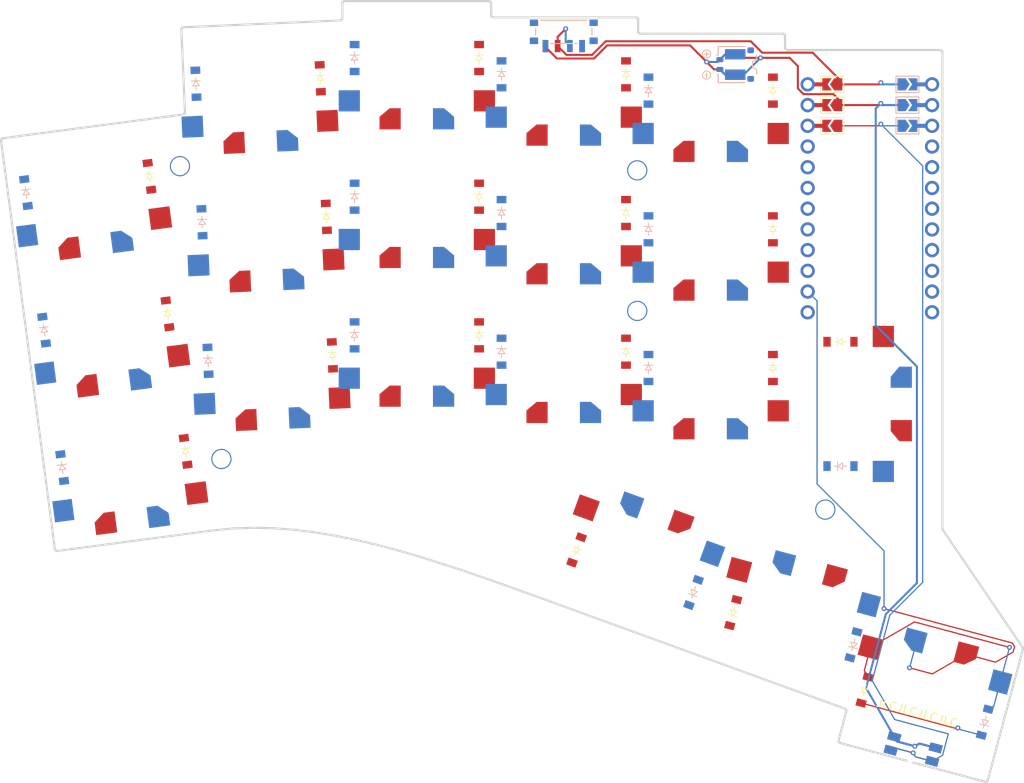
<source format=kicad_pcb>
(kicad_pcb (version 20221018) (generator pcbnew)
  (title_block (title "leveret_lp") (rev "v1.0.0") (company "Unknown"))
  (layers (0 "F.Cu" signal) (31 "B.Cu" signal) (34 "B.Paste" user) (35 "F.Paste" user) (36 "B.SilkS" user "B.Silkscreen") (37 "F.SilkS" user "F.Silkscreen") (38 "B.Mask" user) (39 "F.Mask" user) (44 "Edge.Cuts" user))
  (net 0 "")
  (net 1 "RAW")
  (net 2 "GND")
  (net 3 "RST")
  (net 4 "C1")
  (net 5 "C2")
  (net 6 "C3")
  (net 7 "C4")
  (net 8 "C5")
  (net 9 "C6")
  (net 10 "C7")
  (net 11 "P17")
  (net 12 "R1")
  (net 13 "R2")
  (net 14 "R3")
  (net 15 "R4")
  (net 16 "P24")
  (net 17 "P25")
  (net 18 "P26")
  (net 19 "P27")
  (net 20 "ring_bottom")
  (net 21 "ring_home")
  (net 22 "ring_top")
  (net 23 "middle_bottom")
  (net 24 "middle_home")
  (net 25 "middle_top")
  (net 26 "index_bottom")
  (net 27 "index_home")
  (net 28 "index_top")
  (net 29 "inner_bottom")
  (net 30 "inner_home")
  (net 31 "inner_top")
  (net 32 "base_upper")
  (net 33 "flexion_lower")
  (net 34 "base_lower")
  (net 35 "extension_lower")
  (net 36 "pinky_bottom")
  (net 37 "pinky_home")
  (net 38 "pinky_top")
  (net 39 "BAT_P")
  (footprint "ComboDiode" (layer "F.Cu") (at 178.37296 87.201684 -90)
    (fp_text reference "D28" hide)
    (fp_text value "")
  )
  (footprint "ComboDiode" (layer "F.Cu") (at 104.204453 80.565195 -82.5)
    (fp_text reference "D17" hide)
    (fp_text value "")
  )
  (footprint "PG1350" (layer "F.Cu") (at 170.747965 88.701685 180)
    (fp_text reference "S10" hide)
    (fp_text value "")
  )
  (footprint "PG1350" (layer "F.Cu") (at 116.110801 70.50111 -177.5)
    (fp_text reference "S2" hide)
    (fp_text value "")
  )
  (footprint "promicro" (layer "F.Cu") (at 190.247963 66.401686)
    (fp_text reference "MCU1" hide)
    (fp_text value "mcu" hide)
  )
  (footprint "ComboDiode" (layer "F.Cu") (at 178.372961 70.201688 -90)
    (fp_text reference "D29" hide)
    (fp_text value "")
  )
  (footprint "PG1350" (layer "F.Cu") (at 197.354229 127.201468 -15)
    (fp_text reference "S16" hide)
    (fp_text value "")
  )
  (footprint "ComboDiode" (layer "F.Cu") (at 122.921588 51.686121 -87.5)
    (fp_text reference "D21" hide)
    (fp_text value "")
  )
  (footprint "ComboDiode" (layer "F.Cu") (at 186.648355 83.980923)
    (fp_text reference "D38" hide)
    (fp_text value "")
  )
  (footprint "ComboDiode" (layer "F.Cu") (at 160.372962 51.201686 -90)
    (fp_text reference "D27" hide)
    (fp_text value "")
  )
  (footprint "ComboDiode" (layer "F.Cu") (at 154.319773 109.503321 70)
    (fp_text reference "D34" hide)
    (fp_text value "")
  )
  (footprint "ComboDiode" (layer "F.Cu") (at 160.372962 68.201685 -90)
    (fp_text reference "D26" hide)
    (fp_text value "")
  )
  (footprint "ComboDiode" (layer "F.Cu") (at 173.508247 117.18849 75)
    (fp_text reference "D35" hide)
    (fp_text value "")
  )
  (footprint "mounting_hole" (layer "F.Cu") (at 161.747961 62.971684)
    (fp_text reference "H3" hide)
    (fp_text value "")
  )
  (footprint "PG1350" (layer "F.Cu") (at 134.74796 84.701685 180)
    (fp_text reference "S4" hide)
    (fp_text value "")
  )
  (footprint "PG1350" (layer "F.Cu") (at 181.26166 117.713098 -15)
    (fp_text reference "S15" hide)
    (fp_text value "")
  )
  (footprint "power_switch" (layer "F.Cu") (at 152.747963 46.001683 90)
    (fp_text reference "SW1" hide)
    (fp_text value "")
  )
  (footprint "edgecuts" (layer "F.Cu") (at 146.40896 90.075685)
    (fp_text reference "O1" hide)
    (fp_text value "edgecuts")
    (fp_line (start -62.596467 -30.755578) (end -62.596359 -30.740816) (stroke (width 0.264582)) (layer "Edge.Cuts"))
    (fp_line (start -62.596359 -30.740816) (end -62.595519 -30.726023) (stroke (width 0.264582)) (layer "Edge.Cuts"))
    (fp_line (start -62.595852 -30.770284) (end -62.596467 -30.755578) (stroke (width 0.264582)) (layer "Edge.Cuts"))
    (fp_line (start -62.595519 -30.726023) (end -62.593943 -30.711225) (stroke (width 0.264582)) (layer "Edge.Cuts"))
    (fp_line (start -62.59452 -30.784909) (end -62.595852 -30.770284) (stroke (width 0.264582)) (layer "Edge.Cuts"))
    (fp_line (start -62.593874 -30.712064) (end -60.414236 -14.154432) (stroke (width 0.264582)) (layer "Edge.Cuts"))
    (fp_line (start -62.592477 -30.799425) (end -62.59452 -30.784909) (stroke (width 0.264582)) (layer "Edge.Cuts"))
    (fp_line (start -62.589732 -30.813809) (end -62.592477 -30.799425) (stroke (width 0.264582)) (layer "Edge.Cuts"))
    (fp_line (start -62.586291 -30.828033) (end -62.589732 -30.813809) (stroke (width 0.264582)) (layer "Edge.Cuts"))
    (fp_line (start -62.58216 -30.842073) (end -62.586291 -30.828033) (stroke (width 0.264582)) (layer "Edge.Cuts"))
    (fp_line (start -62.577347 -30.855902) (end -62.58216 -30.842073) (stroke (width 0.264582)) (layer "Edge.Cuts"))
    (fp_line (start -62.571858 -30.869495) (end -62.577347 -30.855902) (stroke (width 0.264582)) (layer "Edge.Cuts"))
    (fp_line (start -62.5657 -30.882826) (end -62.571858 -30.869495) (stroke (width 0.264582)) (layer "Edge.Cuts"))
    (fp_line (start -62.558881 -30.89587) (end -62.5657 -30.882826) (stroke (width 0.264582)) (layer "Edge.Cuts"))
    (fp_line (start -62.551407 -30.908601) (end -62.558881 -30.89587) (stroke (width 0.264582)) (layer "Edge.Cuts"))
    (fp_line (start -62.543285 -30.920992) (end -62.551407 -30.908601) (stroke (width 0.264582)) (layer "Edge.Cuts"))
    (fp_line (start -62.534521 -30.933019) (end -62.543285 -30.920992) (stroke (width 0.264582)) (layer "Edge.Cuts"))
    (fp_line (start -62.525173 -30.944597) (end -62.534521 -30.933019) (stroke (width 0.264582)) (layer "Edge.Cuts"))
    (fp_line (start -62.515306 -30.95565) (end -62.525173 -30.944597) (stroke (width 0.264582)) (layer "Edge.Cuts"))
    (fp_line (start -62.504944 -30.966165) (end -62.515306 -30.95565) (stroke (width 0.264582)) (layer "Edge.Cuts"))
    (fp_line (start -62.49411 -30.976129) (end -62.504944 -30.966165) (stroke (width 0.264582)) (layer "Edge.Cuts"))
    (fp_line (start -62.482827 -30.985527) (end -62.49411 -30.976129) (stroke (width 0.264582)) (layer "Edge.Cuts"))
    (fp_line (start -62.471118 -30.994348) (end -62.482827 -30.985527) (stroke (width 0.264582)) (layer "Edge.Cuts"))
    (fp_line (start -62.459006 -31.002577) (end -62.471118 -30.994348) (stroke (width 0.264582)) (layer "Edge.Cuts"))
    (fp_line (start -62.446514 -31.010201) (end -62.459006 -31.002577) (stroke (width 0.264582)) (layer "Edge.Cuts"))
    (fp_line (start -62.433665 -31.017207) (end -62.446514 -31.010201) (stroke (width 0.264582)) (layer "Edge.Cuts"))
    (fp_line (start -62.420483 -31.023582) (end -62.433665 -31.017207) (stroke (width 0.264582)) (layer "Edge.Cuts"))
    (fp_line (start -62.40699 -31.029312) (end -62.420483 -31.023582) (stroke (width 0.264582)) (layer "Edge.Cuts"))
    (fp_line (start -62.393209 -31.034384) (end -62.40699 -31.029312) (stroke (width 0.264582)) (layer "Edge.Cuts"))
    (fp_line (start -62.379164 -31.038785) (end -62.393209 -31.034384) (stroke (width 0.264582)) (layer "Edge.Cuts"))
    (fp_line (start -62.364878 -31.042501) (end -62.379164 -31.038785) (stroke (width 0.264582)) (layer "Edge.Cuts"))
    (fp_line (start -62.350373 -31.045519) (end -62.364878 -31.042501) (stroke (width 0.264582)) (layer "Edge.Cuts"))
    (fp_line (start -62.335673 -31.047826) (end -62.350373 -31.045519) (stroke (width 0.264582)) (layer "Edge.Cuts"))
    (fp_line (start -62.335642 -31.048086) (end -40.328394 -33.94528) (stroke (width 0.264582)) (layer "Edge.Cuts"))
    (fp_line (start -60.414236 -14.154439) (end -60.410837 -14.128042) (stroke (width 0.264582)) (layer "Edge.Cuts"))
    (fp_line (start -60.410799 -14.127988) (end -58.195177 2.699511) (stroke (width 0.264582)) (layer "Edge.Cuts"))
    (fp_line (start -58.195177 2.699511) (end -58.191778 2.726016) (stroke (width 0.264582)) (layer "Edge.Cuts"))
    (fp_line (start -58.191736 2.72597) (end -56.012099 19.283602) (stroke (width 0.264582)) (layer "Edge.Cuts"))
    (fp_line (start -56.012034 19.283389) (end -56.009631 19.298643) (stroke (width 0.264582)) (layer "Edge.Cuts"))
    (fp_line (start -56.009631 19.298643) (end -56.006493 19.313596) (stroke (width 0.264582)) (layer "Edge.Cuts"))
    (fp_line (start -56.006493 19.313596) (end -56.002641 19.328231) (stroke (width 0.264582)) (layer "Edge.Cuts"))
    (fp_line (start -56.002641 19.328231) (end -55.998096 19.342533) (stroke (width 0.264582)) (layer "Edge.Cuts"))
    (fp_line (start -55.998096 19.342533) (end -55.99288 19.356485) (stroke (width 0.264582)) (layer "Edge.Cuts"))
    (fp_line (start -55.99288 19.356485) (end -55.987013 19.370071) (stroke (width 0.264582)) (layer "Edge.Cuts"))
    (fp_line (start -55.987013 19.370071) (end -55.980517 19.383274) (stroke (width 0.264582)) (layer "Edge.Cuts"))
    (fp_line (start -55.980517 19.383274) (end -55.973413 19.396079) (stroke (width 0.264582)) (layer "Edge.Cuts"))
    (fp_line (start -55.973413 19.396079) (end -55.965721 19.408469) (stroke (width 0.264582)) (layer "Edge.Cuts"))
    (fp_line (start -55.965721 19.408469) (end -55.957464 19.420428) (stroke (width 0.264582)) (layer "Edge.Cuts"))
    (fp_line (start -55.957464 19.420428) (end -55.948663 19.43194) (stroke (width 0.264582)) (layer "Edge.Cuts"))
    (fp_line (start -55.948663 19.43194) (end -55.939337 19.442988) (stroke (width 0.264582)) (layer "Edge.Cuts"))
    (fp_line (start -55.939337 19.442988) (end -55.929509 19.453557) (stroke (width 0.264582)) (layer "Edge.Cuts"))
    (fp_line (start -55.929509 19.453557) (end -55.9192 19.463629) (stroke (width 0.264582)) (layer "Edge.Cuts"))
    (fp_line (start -55.9192 19.463629) (end -55.908431 19.47319) (stroke (width 0.264582)) (layer "Edge.Cuts"))
    (fp_line (start -55.908431 19.47319) (end -55.897223 19.482222) (stroke (width 0.264582)) (layer "Edge.Cuts"))
    (fp_line (start -55.897223 19.482222) (end -55.885597 19.49071) (stroke (width 0.264582)) (layer "Edge.Cuts"))
    (fp_line (start -55.885597 19.49071) (end -55.873574 19.498636) (stroke (width 0.264582)) (layer "Edge.Cuts"))
    (fp_line (start -55.873574 19.498636) (end -55.861176 19.505986) (stroke (width 0.264582)) (layer "Edge.Cuts"))
    (fp_line (start -55.861176 19.505986) (end -55.848423 19.512743) (stroke (width 0.264582)) (layer "Edge.Cuts"))
    (fp_line (start -55.848423 19.512743) (end -55.835337 19.51889) (stroke (width 0.264582)) (layer "Edge.Cuts"))
    (fp_line (start -55.835337 19.51889) (end -55.821939 19.524411) (stroke (width 0.264582)) (layer "Edge.Cuts"))
    (fp_line (start -55.821939 19.524411) (end -55.80825 19.529291) (stroke (width 0.264582)) (layer "Edge.Cuts"))
    (fp_line (start -55.80825 19.529291) (end -55.794291 19.533512) (stroke (width 0.264582)) (layer "Edge.Cuts"))
    (fp_line (start -55.794291 19.533512) (end -55.780083 19.537059) (stroke (width 0.264582)) (layer "Edge.Cuts"))
    (fp_line (start -55.780083 19.537059) (end -55.765648 19.539916) (stroke (width 0.264582)) (layer "Edge.Cuts"))
    (fp_line (start -55.765648 19.539916) (end -55.751007 19.542065) (stroke (width 0.264582)) (layer "Edge.Cuts"))
    (fp_line (start -55.751007 19.542065) (end -55.73618 19.543492) (stroke (width 0.264582)) (layer "Edge.Cuts"))
    (fp_line (start -55.73618 19.543492) (end -55.721189 19.544179) (stroke (width 0.264582)) (layer "Edge.Cuts"))
    (fp_line (start -55.721189 19.544179) (end -55.706056 19.544111) (stroke (width 0.264582)) (layer "Edge.Cuts"))
    (fp_line (start -55.706056 19.544111) (end -55.6908 19.543271) (stroke (width 0.264582)) (layer "Edge.Cuts"))
    (fp_line (start -55.6908 19.543271) (end -55.675444 19.541644) (stroke (width 0.264582)) (layer "Edge.Cuts"))
    (fp_line (start -55.675551 19.542895) (end -36.604121 17.032) (stroke (width 0.264582)) (layer "Edge.Cuts"))
    (fp_line (start -40.508002 -44.348232) (end -40.507719 -44.332792) (stroke (width 0.264582)) (layer "Edge.Cuts"))
    (fp_line (start -40.50778 -44.332815) (end -40.067778 -34.254835) (stroke (width 0.264582)) (layer "Edge.Cuts"))
    (fp_line (start -40.507509 -44.363503) (end -40.508002 -44.348232) (stroke (width 0.264582)) (layer "Edge.Cuts"))
    (fp_line (start -40.506257 -44.378586) (end -40.507509 -44.363503) (stroke (width 0.264582)) (layer "Edge.Cuts"))
    (fp_line (start -40.504266 -44.39346) (end -40.506257 -44.378586) (stroke (width 0.264582)) (layer "Edge.Cuts"))
    (fp_line (start -40.501552 -44.408106) (end -40.504266 -44.39346) (stroke (width 0.264582)) (layer "Edge.Cuts"))
    (fp_line (start -40.498134 -44.422505) (end -40.501552 -44.408106) (stroke (width 0.264582)) (layer "Edge.Cuts"))
    (fp_line (start -40.494029 -44.436637) (end -40.498134 -44.422505) (stroke (width 0.264582)) (layer "Edge.Cuts"))
    (fp_line (start -40.489257 -44.450481) (end -40.494029 -44.436637) (stroke (width 0.264582)) (layer "Edge.Cuts"))
    (fp_line (start -40.483834 -44.464019) (end -40.489257 -44.450481) (stroke (width 0.264582)) (layer "Edge.Cuts"))
    (fp_line (start -40.477779 -44.477231) (end -40.483834 -44.464019) (stroke (width 0.264582)) (layer "Edge.Cuts"))
    (fp_line (start -40.47111 -44.490097) (end -40.477779 -44.477231) (stroke (width 0.264582)) (layer "Edge.Cuts"))
    (fp_line (start -40.463845 -44.502597) (end -40.47111 -44.490097) (stroke (width 0.264582)) (layer "Edge.Cuts"))
    (fp_line (start -40.456002 -44.514712) (end -40.463845 -44.502597) (stroke (width 0.264582)) (layer "Edge.Cuts"))
    (fp_line (start -40.447599 -44.526423) (end -40.456002 -44.514712) (stroke (width 0.264582)) (layer "Edge.Cuts"))
    (fp_line (start -40.438654 -44.537708) (end -40.447599 -44.526423) (stroke (width 0.264582)) (layer "Edge.Cuts"))
    (fp_line (start -40.429184 -44.54855) (end -40.438654 -44.537708) (stroke (width 0.264582)) (layer "Edge.Cuts"))
    (fp_line (start -40.419209 -44.558928) (end -40.429184 -44.54855) (stroke (width 0.264582)) (layer "Edge.Cuts"))
    (fp_line (start -40.408745 -44.568823) (end -40.419209 -44.558928) (stroke (width 0.264582)) (layer "Edge.Cuts"))
    (fp_line (start -40.397811 -44.578214) (end -40.408745 -44.568823) (stroke (width 0.264582)) (layer "Edge.Cuts"))
    (fp_line (start -40.386426 -44.587083) (end -40.397811 -44.578214) (stroke (width 0.264582)) (layer "Edge.Cuts"))
    (fp_line (start -40.374606 -44.595409) (end -40.386426 -44.587083) (stroke (width 0.264582)) (layer "Edge.Cuts"))
    (fp_line (start -40.36237 -44.603174) (end -40.374606 -44.595409) (stroke (width 0.264582)) (layer "Edge.Cuts"))
    (fp_line (start -40.349736 -44.610356) (end -40.36237 -44.603174) (stroke (width 0.264582)) (layer "Edge.Cuts"))
    (fp_line (start -40.336722 -44.616938) (end -40.349736 -44.610356) (stroke (width 0.264582)) (layer "Edge.Cuts"))
    (fp_line (start -40.328299 -33.945142) (end -40.313964 -33.947378) (stroke (width 0.264582)) (layer "Edge.Cuts"))
    (fp_line (start -40.323346 -44.622898) (end -40.336722 -44.616938) (stroke (width 0.264582)) (layer "Edge.Cuts"))
    (fp_line (start -40.313964 -33.947378) (end -40.299884 -33.950268) (stroke (width 0.264582)) (layer "Edge.Cuts"))
    (fp_line (start -40.309626 -44.628218) (end -40.323346 -44.622898) (stroke (width 0.264582)) (layer "Edge.Cuts"))
    (fp_line (start -40.299884 -33.950268) (end -40.286074 -33.953794) (stroke (width 0.264582)) (layer "Edge.Cuts"))
    (fp_line (start -40.29558 -44.632877) (end -40.309626 -44.628218) (stroke (width 0.264582)) (layer "Edge.Cuts"))
    (fp_line (start -40.286074 -33.953794) (end -40.272548 -33.95794) (stroke (width 0.264582)) (layer "Edge.Cuts"))
    (fp_line (start -40.281226 -44.636856) (end -40.29558 -44.632877) (stroke (width 0.264582)) (layer "Edge.Cuts"))
    (fp_line (start -40.272548 -33.95794) (end -40.259321 -33.962687) (stroke (width 0.264582)) (layer "Edge.Cuts"))
    (fp_line (start -40.266582 -44.640136) (end -40.281226 -44.636856) (stroke (width 0.264582)) (layer "Edge.Cuts"))
    (fp_line (start -40.259321 -33.962687) (end -40.246406 -33.96802) (stroke (width 0.264582)) (layer "Edge.Cuts"))
    (fp_line (start -40.251666 -44.642697) (end -40.266582 -44.640136) (stroke (width 0.264582)) (layer "Edge.Cuts"))
    (fp_line (start -40.246406 -33.96802) (end -40.233819 -33.973921) (stroke (width 0.264582)) (layer "Edge.Cuts"))
    (fp_line (start -40.236496 -44.644519) (end -40.251666 -44.642697) (stroke (width 0.264582)) (layer "Edge.Cuts"))
    (fp_line (start -40.233819 -33.973921) (end -40.221574 -33.980372) (stroke (width 0.264582)) (layer "Edge.Cuts"))
    (fp_line (start -40.221574 -33.980372) (end -40.209685 -33.987356) (stroke (width 0.264582)) (layer "Edge.Cuts"))
    (fp_line (start -40.221091 -44.645582) (end -40.236496 -44.644519) (stroke (width 0.264582)) (layer "Edge.Cuts"))
    (fp_line (start -40.220972 -44.645025) (end -21.066462 -45.481107) (stroke (width 0.264582)) (layer "Edge.Cuts"))
    (fp_line (start -40.209685 -33.987356) (end -40.198166 -33.994857) (stroke (width 0.264582)) (layer "Edge.Cuts"))
    (fp_line (start -40.198166 -33.994857) (end -40.187033 -34.002856) (stroke (width 0.264582)) (layer "Edge.Cuts"))
    (fp_line (start -40.187033 -34.002856) (end -40.176299 -34.011338) (stroke (width 0.264582)) (layer "Edge.Cuts"))
    (fp_line (start -40.176299 -34.011338) (end -40.16598 -34.020284) (stroke (width 0.264582)) (layer "Edge.Cuts"))
    (fp_line (start -40.16598 -34.020284) (end -40.156088 -34.029677) (stroke (width 0.264582)) (layer "Edge.Cuts"))
    (fp_line (start -40.156088 -34.029677) (end -40.14664 -34.039501) (stroke (width 0.264582)) (layer "Edge.Cuts"))
    (fp_line (start -40.14664 -34.039501) (end -40.137648 -34.049737) (stroke (width 0.264582)) (layer "Edge.Cuts"))
    (fp_line (start -40.137648 -34.049737) (end -40.129129 -34.06037) (stroke (width 0.264582)) (layer "Edge.Cuts"))
    (fp_line (start -40.129129 -34.06037) (end -40.121095 -34.071381) (stroke (width 0.264582)) (layer "Edge.Cuts"))
    (fp_line (start -40.121095 -34.071381) (end -40.113562 -34.082753) (stroke (width 0.264582)) (layer "Edge.Cuts"))
    (fp_line (start -40.113562 -34.082753) (end -40.106544 -34.09447) (stroke (width 0.264582)) (layer "Edge.Cuts"))
    (fp_line (start -40.106544 -34.09447) (end -40.100056 -34.106514) (stroke (width 0.264582)) (layer "Edge.Cuts"))
    (fp_line (start -40.100056 -34.106514) (end -40.094111 -34.118867) (stroke (width 0.264582)) (layer "Edge.Cuts"))
    (fp_line (start -40.094111 -34.118867) (end -40.088724 -34.131513) (stroke (width 0.264582)) (layer "Edge.Cuts"))
    (fp_line (start -40.088724 -34.131513) (end -40.08391 -34.144435) (stroke (width 0.264582)) (layer "Edge.Cuts"))
    (fp_line (start -40.08391 -34.144435) (end -40.079684 -34.157614) (stroke (width 0.264582)) (layer "Edge.Cuts"))
    (fp_line (start -40.079684 -34.157614) (end -40.076058 -34.171035) (stroke (width 0.264582)) (layer "Edge.Cuts"))
    (fp_line (start -40.076058 -34.171035) (end -40.073049 -34.18468) (stroke (width 0.264582)) (layer "Edge.Cuts"))
    (fp_line (start -40.073049 -34.18468) (end -40.07067 -34.198531) (stroke (width 0.264582)) (layer "Edge.Cuts"))
    (fp_line (start -40.07067 -34.198531) (end -40.068936 -34.212572) (stroke (width 0.264582)) (layer "Edge.Cuts"))
    (fp_line (start -40.068936 -34.212572) (end -40.067861 -34.226785) (stroke (width 0.264582)) (layer "Edge.Cuts"))
    (fp_line (start -40.067861 -34.226785) (end -40.06746 -34.241153) (stroke (width 0.264582)) (layer "Edge.Cuts"))
    (fp_line (start -40.06746 -34.241153) (end -40.067747 -34.255659) (stroke (width 0.264582)) (layer "Edge.Cuts"))
    (fp_line (start -36.604121 17.031985) (end -34.201502 16.796043) (stroke (width 0.264582)) (layer "Edge.Cuts"))
    (fp_line (start -34.201502 16.796043) (end -31.768004 16.709947) (stroke (width 0.264582)) (layer "Edge.Cuts"))
    (fp_line (start -31.768004 16.709947) (end -29.305687 16.763707) (stroke (width 0.264582)) (layer "Edge.Cuts"))
    (fp_line (start -29.305687 16.763707) (end -26.816609 16.947334) (stroke (width 0.264582)) (layer "Edge.Cuts"))
    (fp_line (start -26.816609 16.947334) (end -24.302828 17.250838) (stroke (width 0.264582)) (layer "Edge.Cuts"))
    (fp_line (start -24.302828 17.250838) (end -21.766402 17.664228) (stroke (width 0.264582)) (layer "Edge.Cuts"))
    (fp_line (start -21.766402 17.664228) (end -19.209391 18.177516) (stroke (width 0.264582)) (layer "Edge.Cuts"))
    (fp_line (start -21.06637 -45.481901) (end -21.051431 -45.482921) (stroke (width 0.264582)) (layer "Edge.Cuts"))
    (fp_line (start -21.051431 -45.482921) (end -21.036707 -45.484657) (stroke (width 0.264582)) (layer "Edge.Cuts"))
    (fp_line (start -21.036707 -45.484657) (end -21.022217 -45.48709) (stroke (width 0.264582)) (layer "Edge.Cuts"))
    (fp_line (start -21.022217 -45.48709) (end -21.007976 -45.490203) (stroke (width 0.264582)) (layer "Edge.Cuts"))
    (fp_line (start -21.007976 -45.490203) (end -20.994003 -45.493979) (stroke (width 0.264582)) (layer "Edge.Cuts"))
    (fp_line (start -20.994003 -45.493979) (end -20.980313 -45.498399) (stroke (width 0.264582)) (layer "Edge.Cuts"))
    (fp_line (start -20.980313 -45.498399) (end -20.966924 -45.503446) (stroke (width 0.264582)) (layer "Edge.Cuts"))
    (fp_line (start -20.966924 -45.503446) (end -20.953852 -45.509103) (stroke (width 0.264582)) (layer "Edge.Cuts"))
    (fp_line (start -20.953852 -45.509103) (end -20.941115 -45.515351) (stroke (width 0.264582)) (layer "Edge.Cuts"))
    (fp_line (start -20.941115 -45.515351) (end -20.92873 -45.522172) (stroke (width 0.264582)) (layer "Edge.Cuts"))
    (fp_line (start -20.92873 -45.522172) (end -20.916713 -45.52955) (stroke (width 0.264582)) (layer "Edge.Cuts"))
    (fp_line (start -20.916713 -45.52955) (end -20.905081 -45.537467) (stroke (width 0.264582)) (layer "Edge.Cuts"))
    (fp_line (start -20.905081 -45.537467) (end -20.893852 -45.545904) (stroke (width 0.264582)) (layer "Edge.Cuts"))
    (fp_line (start -20.893852 -45.545904) (end -20.883042 -45.554844) (stroke (width 0.264582)) (layer "Edge.Cuts"))
    (fp_line (start -20.883042 -45.554844) (end -20.872668 -45.56427) (stroke (width 0.264582)) (layer "Edge.Cuts"))
    (fp_line (start -20.872668 -45.56427) (end -20.862747 -45.574163) (stroke (width 0.264582)) (layer "Edge.Cuts"))
    (fp_line (start -20.862747 -45.574163) (end -20.853297 -45.584506) (stroke (width 0.264582)) (layer "Edge.Cuts"))
    (fp_line (start -20.853297 -45.584506) (end -20.844333 -45.595282) (stroke (width 0.264582)) (layer "Edge.Cuts"))
    (fp_line (start -20.844333 -45.595282) (end -20.835873 -45.606472) (stroke (width 0.264582)) (layer "Edge.Cuts"))
    (fp_line (start -20.835873 -45.606472) (end -20.827935 -45.618059) (stroke (width 0.264582)) (layer "Edge.Cuts"))
    (fp_line (start -20.827935 -45.618059) (end -20.820533 -45.630025) (stroke (width 0.264582)) (layer "Edge.Cuts"))
    (fp_line (start -20.820533 -45.630025) (end -20.813687 -45.642353) (stroke (width 0.264582)) (layer "Edge.Cuts"))
    (fp_line (start -20.813687 -45.642353) (end -20.807412 -45.655025) (stroke (width 0.264582)) (layer "Edge.Cuts"))
    (fp_line (start -20.807412 -45.655025) (end -20.801726 -45.668022) (stroke (width 0.264582)) (layer "Edge.Cuts"))
    (fp_line (start -20.801726 -45.668022) (end -20.796646 -45.681329) (stroke (width 0.264582)) (layer "Edge.Cuts"))
    (fp_line (start -20.796646 -45.681329) (end -20.792188 -45.694925) (stroke (width 0.264582)) (layer "Edge.Cuts"))
    (fp_line (start -20.792188 -45.694925) (end -20.788369 -45.708795) (stroke (width 0.264582)) (layer "Edge.Cuts"))
    (fp_line (start -20.788369 -45.708795) (end -20.785207 -45.722921) (stroke (width 0.264582)) (layer "Edge.Cuts"))
    (fp_line (start -20.785207 -45.722921) (end -20.782718 -45.737284) (stroke (width 0.264582)) (layer "Edge.Cuts"))
    (fp_line (start -20.782718 -45.737284) (end -20.780919 -45.751867) (stroke (width 0.264582)) (layer "Edge.Cuts"))
    (fp_line (start -20.780919 -45.751867) (end -20.779827 -45.766652) (stroke (width 0.264582)) (layer "Edge.Cuts"))
    (fp_line (start -20.779827 -45.766652) (end -20.779459 -45.781621) (stroke (width 0.264582)) (layer "Edge.Cuts"))
    (fp_line (start -20.779391 -45.782735) (end -20.779391 -47.552801) (stroke (width 0.264582)) (layer "Edge.Cuts"))
    (fp_line (start -20.779068 -47.569154) (end -20.779459 -47.553716) (stroke (width 0.264582)) (layer "Edge.Cuts"))
    (fp_line (start -20.777909 -47.584388) (end -20.779068 -47.569154) (stroke (width 0.264582)) (layer "Edge.Cuts"))
    (fp_line (start -20.776001 -47.599402) (end -20.777909 -47.584388) (stroke (width 0.264582)) (layer "Edge.Cuts"))
    (fp_line (start -20.773362 -47.614175) (end -20.776001 -47.599402) (stroke (width 0.264582)) (layer "Edge.Cuts"))
    (fp_line (start -20.770011 -47.628688) (end -20.773362 -47.614175) (stroke (width 0.264582)) (layer "Edge.Cuts"))
    (fp_line (start -20.765968 -47.642924) (end -20.770011 -47.628688) (stroke (width 0.264582)) (layer "Edge.Cuts"))
    (fp_line (start -20.761251 -47.656863) (end -20.765968 -47.642924) (stroke (width 0.264582)) (layer "Edge.Cuts"))
    (fp_line (start -20.755879 -47.670486) (end -20.761251 -47.656863) (stroke (width 0.264582)) (layer "Edge.Cuts"))
    (fp_line (start -20.749871 -47.683774) (end -20.755879 -47.670486) (stroke (width 0.264582)) (layer "Edge.Cuts"))
    (fp_line (start -20.743246 -47.696709) (end -20.749871 -47.683774) (stroke (width 0.264582)) (layer "Edge.Cuts"))
    (fp_line (start -20.736022 -47.709271) (end -20.743246 -47.696709) (stroke (width 0.264582)) (layer "Edge.Cuts"))
    (fp_line (start -20.728218 -47.721443) (end -20.736022 -47.709271) (stroke (width 0.264582)) (layer "Edge.Cuts"))
    (fp_line (start -20.719854 -47.733204) (end -20.728218 -47.721443) (stroke (width 0.264582)) (layer "Edge.Cuts"))
    (fp_line (start -20.710948 -47.744537) (end -20.719854 -47.733204) (stroke (width 0.264582)) (layer "Edge.Cuts"))
    (fp_line (start -20.701518 -47.755422) (end -20.710948 -47.744537) (stroke (width 0.264582)) (layer "Edge.Cuts"))
    (fp_line (start -20.691585 -47.76584) (end -20.701518 -47.755422) (stroke (width 0.264582)) (layer "Edge.Cuts"))
    (fp_line (start -20.681166 -47.775773) (end -20.691585 -47.76584) (stroke (width 0.264582)) (layer "Edge.Cuts"))
    (fp_line (start -20.670281 -47.785202) (end -20.681166 -47.775773) (stroke (width 0.264582)) (layer "Edge.Cuts"))
    (fp_line (start -20.658947 -47.794107) (end -20.670281 -47.785202) (stroke (width 0.264582)) (layer "Edge.Cuts"))
    (fp_line (start -20.647186 -47.802471) (end -20.658947 -47.794107) (stroke (width 0.264582)) (layer "Edge.Cuts"))
    (fp_line (start -20.635014 -47.810274) (end -20.647186 -47.802471) (stroke (width 0.264582)) (layer "Edge.Cuts"))
    (fp_line (start -20.622451 -47.817497) (end -20.635014 -47.810274) (stroke (width 0.264582)) (layer "Edge.Cuts"))
    (fp_line (start -20.609516 -47.824122) (end -20.622451 -47.817497) (stroke (width 0.264582)) (layer "Edge.Cuts"))
    (fp_line (start -20.596227 -47.83013) (end -20.609516 -47.824122) (stroke (width 0.264582)) (layer "Edge.Cuts"))
    (fp_line (start -20.582604 -47.835501) (end -20.596227 -47.83013) (stroke (width 0.264582)) (layer "Edge.Cuts"))
    (fp_line (start -20.568665 -47.840217) (end -20.582604 -47.835501) (stroke (width 0.264582)) (layer "Edge.Cuts"))
    (fp_line (start -20.554429 -47.84426) (end -20.568665 -47.840217) (stroke (width 0.264582)) (layer "Edge.Cuts"))
    (fp_line (start -20.539915 -47.847609) (end -20.554429 -47.84426) (stroke (width 0.264582)) (layer "Edge.Cuts"))
    (fp_line (start -20.525142 -47.850248) (end -20.539915 -47.847609) (stroke (width 0.264582)) (layer "Edge.Cuts"))
    (fp_line (start -20.510129 -47.852155) (end -20.525142 -47.850248) (stroke (width 0.264582)) (layer "Edge.Cuts"))
    (fp_line (start -20.494894 -47.853314) (end -20.510129 -47.852155) (stroke (width 0.264582)) (layer "Edge.Cuts"))
    (fp_line (start -20.479456 -47.853704) (end -20.494894 -47.853314) (stroke (width 0.264582)) (layer "Edge.Cuts"))
    (fp_line (start -19.209391 18.177516) (end -16.633852 18.780711) (stroke (width 0.264582)) (layer "Edge.Cuts"))
    (fp_line (start -16.633852 18.780711) (end -14.041845 19.463823) (stroke (width 0.264582)) (layer "Edge.Cuts"))
    (fp_line (start -14.041845 19.463823) (end -11.435427 20.216864) (stroke (width 0.264582)) (layer "Edge.Cuts"))
    (fp_line (start -11.435427 20.216864) (end -6.187596 21.89277) (stroke (width 0.264582)) (layer "Edge.Cuts"))
    (fp_line (start -6.187596 21.89277) (end -0.906825 23.72851) (stroke (width 0.264582)) (layer "Edge.Cuts"))
    (fp_line (start -2.853342 -47.854421) (end -20.479349 -47.854421) (stroke (width 0.264582)) (layer "Edge.Cuts"))
    (fp_line (start -2.838019 -47.853321) (end -2.853457 -47.853712) (stroke (width 0.264582)) (layer "Edge.Cuts"))
    (fp_line (start -2.822784 -47.852161) (end -2.838019 -47.853321) (stroke (width 0.264582)) (layer "Edge.Cuts"))
    (fp_line (start -2.807771 -47.850253) (end -2.822784 -47.852161) (stroke (width 0.264582)) (layer "Edge.Cuts"))
    (fp_line (start -2.792998 -47.847614) (end -2.807771 -47.850253) (stroke (width 0.264582)) (layer "Edge.Cuts"))
    (fp_line (start -2.778484 -47.844264) (end -2.792998 -47.847614) (stroke (width 0.264582)) (layer "Edge.Cuts"))
    (fp_line (start -2.764248 -47.840221) (end -2.778484 -47.844264) (stroke (width 0.264582)) (layer "Edge.Cuts"))
    (fp_line (start -2.750309 -47.835504) (end -2.764248 -47.840221) (stroke (width 0.264582)) (layer "Edge.Cuts"))
    (fp_line (start -2.736686 -47.830132) (end -2.750309 -47.835504) (stroke (width 0.264582)) (layer "Edge.Cuts"))
    (fp_line (start -2.723398 -47.824124) (end -2.736686 -47.830132) (stroke (width 0.264582)) (layer "Edge.Cuts"))
    (fp_line (start -2.710462 -47.817499) (end -2.723398 -47.824124) (stroke (width 0.264582)) (layer "Edge.Cuts"))
    (fp_line (start -2.6979 -47.810275) (end -2.710462 -47.817499) (stroke (width 0.264582)) (layer "Edge.Cuts"))
    (fp_line (start -2.685728 -47.802471) (end -2.6979 -47.810275) (stroke (width 0.264582)) (layer "Edge.Cuts"))
    (fp_line (start -2.673966 -47.794107) (end -2.685728 -47.802471) (stroke (width 0.264582)) (layer "Edge.Cuts"))
    (fp_line (start -2.662633 -47.785201) (end -2.673966 -47.794107) (stroke (width 0.264582)) (layer "Edge.Cuts"))
    (fp_line (start -2.651748 -47.775772) (end -2.662633 -47.785201) (stroke (width 0.264582)) (layer "Edge.Cuts"))
    (fp_line (start -2.641329 -47.765839) (end -2.651748 -47.775772) (stroke (width 0.264582)) (layer "Edge.Cuts"))
    (fp_line (start -2.631396 -47.755421) (end -2.641329 -47.765839) (stroke (width 0.264582)) (layer "Edge.Cuts"))
    (fp_line (start -2.621967 -47.744536) (end -2.631396 -47.755421) (stroke (width 0.264582)) (layer "Edge.Cuts"))
    (fp_line (start -2.613061 -47.733203) (end -2.621967 -47.744536) (stroke (width 0.264582)) (layer "Edge.Cuts"))
    (fp_line (start -2.604697 -47.721442) (end -2.613061 -47.733203) (stroke (width 0.264582)) (layer "Edge.Cuts"))
    (fp_line (start -2.596893 -47.70927) (end -2.604697 -47.721442) (stroke (width 0.264582)) (layer "Edge.Cuts"))
    (fp_line (start -2.58967 -47.696708) (end -2.596893 -47.70927) (stroke (width 0.264582)) (layer "Edge.Cuts"))
    (fp_line (start -2.583045 -47.683774) (end -2.58967 -47.696708) (stroke (width 0.264582)) (layer "Edge.Cuts"))
    (fp_line (start -2.577037 -47.670486) (end -2.583045 -47.683774) (stroke (width 0.264582)) (layer "Edge.Cuts"))
    (fp_line (start -2.571665 -47.656863) (end -2.577037 -47.670486) (stroke (width 0.264582)) (layer "Edge.Cuts"))
    (fp_line (start -2.566949 -47.642925) (end -2.571665 -47.656863) (stroke (width 0.264582)) (layer "Edge.Cuts"))
    (fp_line (start -2.562906 -47.62869) (end -2.566949 -47.642925) (stroke (width 0.264582)) (layer "Edge.Cuts"))
    (fp_line (start -2.559556 -47.614178) (end -2.562906 -47.62869) (stroke (width 0.264582)) (layer "Edge.Cuts"))
    (fp_line (start -2.556918 -47.599406) (end -2.559556 -47.614178) (stroke (width 0.264582)) (layer "Edge.Cuts"))
    (fp_line (start -2.55501 -47.584393) (end -2.556918 -47.599406) (stroke (width 0.264582)) (layer "Edge.Cuts"))
    (fp_line (start -2.553852 -47.56916) (end -2.55501 -47.584393) (stroke (width 0.264582)) (layer "Edge.Cuts"))
    (fp_line (start -2.553576 -46.15315) (end -2.553576 -47.552801) (stroke (width 0.264582)) (layer "Edge.Cuts"))
    (fp_line (start -2.553461 -47.553724) (end -2.553852 -47.56916) (stroke (width 0.264582)) (layer "Edge.Cuts"))
    (fp_line (start -2.553461 -46.153707) (end -2.553071 -46.138271) (stroke (width 0.264582)) (layer "Edge.Cuts"))
    (fp_line (start -2.553071 -46.138271) (end -2.551912 -46.123037) (stroke (width 0.264582)) (layer "Edge.Cuts"))
    (fp_line (start -2.551912 -46.123037) (end -2.550005 -46.108025) (stroke (width 0.264582)) (layer "Edge.Cuts"))
    (fp_line (start -2.550005 -46.108025) (end -2.547366 -46.093253) (stroke (width 0.264582)) (layer "Edge.Cuts"))
    (fp_line (start -2.547366 -46.093253) (end -2.544017 -46.078741) (stroke (width 0.264582)) (layer "Edge.Cuts"))
    (fp_line (start -2.544017 -46.078741) (end -2.539974 -46.064506) (stroke (width 0.264582)) (layer "Edge.Cuts"))
    (fp_line (start -2.539974 -46.064506) (end -2.535257 -46.050568) (stroke (width 0.264582)) (layer "Edge.Cuts"))
    (fp_line (start -2.535257 -46.050568) (end -2.529886 -46.036945) (stroke (width 0.264582)) (layer "Edge.Cuts"))
    (fp_line (start -2.529886 -46.036945) (end -2.523878 -46.023657) (stroke (width 0.264582)) (layer "Edge.Cuts"))
    (fp_line (start -2.523878 -46.023657) (end -2.517253 -46.010723) (stroke (width 0.264582)) (layer "Edge.Cuts"))
    (fp_line (start -2.517253 -46.010723) (end -2.510029 -45.99816) (stroke (width 0.264582)) (layer "Edge.Cuts"))
    (fp_line (start -2.510029 -45.99816) (end -2.502226 -45.985989) (stroke (width 0.264582)) (layer "Edge.Cuts"))
    (fp_line (start -2.502226 -45.985989) (end -2.493862 -45.974228) (stroke (width 0.264582)) (layer "Edge.Cuts"))
    (fp_line (start -2.493862 -45.974228) (end -2.484956 -45.962895) (stroke (width 0.264582)) (layer "Edge.Cuts"))
    (fp_line (start -2.484956 -45.962895) (end -2.475527 -45.95201) (stroke (width 0.264582)) (layer "Edge.Cuts"))
    (fp_line (start -2.475527 -45.95201) (end -2.465594 -45.941592) (stroke (width 0.264582)) (layer "Edge.Cuts"))
    (fp_line (start -2.465594 -45.941592) (end -2.455175 -45.931659) (stroke (width 0.264582)) (layer "Edge.Cuts"))
    (fp_line (start -2.455175 -45.931659) (end -2.44429 -45.92223) (stroke (width 0.264582)) (layer "Edge.Cuts"))
    (fp_line (start -2.44429 -45.92223) (end -2.432957 -45.913324) (stroke (width 0.264582)) (layer "Edge.Cuts"))
    (fp_line (start -2.432957 -45.913324) (end -2.421195 -45.90496) (stroke (width 0.264582)) (layer "Edge.Cuts"))
    (fp_line (start -2.421195 -45.90496) (end -2.409023 -45.897156) (stroke (width 0.264582)) (layer "Edge.Cuts"))
    (fp_line (start -2.409023 -45.897156) (end -2.39646 -45.889932) (stroke (width 0.264582)) (layer "Edge.Cuts"))
    (fp_line (start -2.39646 -45.889932) (end -2.383525 -45.883307) (stroke (width 0.264582)) (layer "Edge.Cuts"))
    (fp_line (start -2.383525 -45.883307) (end -2.370236 -45.877299) (stroke (width 0.264582)) (layer "Edge.Cuts"))
    (fp_line (start -2.370236 -45.877299) (end -2.356613 -45.871927) (stroke (width 0.264582)) (layer "Edge.Cuts"))
    (fp_line (start -2.356613 -45.871927) (end -2.342674 -45.86721) (stroke (width 0.264582)) (layer "Edge.Cuts"))
    (fp_line (start -2.342674 -45.86721) (end -2.328438 -45.863167) (stroke (width 0.264582)) (layer "Edge.Cuts"))
    (fp_line (start -2.328438 -45.863167) (end -2.313925 -45.859817) (stroke (width 0.264582)) (layer "Edge.Cuts"))
    (fp_line (start -2.313925 -45.859817) (end -2.299152 -45.857178) (stroke (width 0.264582)) (layer "Edge.Cuts"))
    (fp_line (start -2.299152 -45.857178) (end -2.284138 -45.855269) (stroke (width 0.264582)) (layer "Edge.Cuts"))
    (fp_line (start -2.284138 -45.855269) (end -2.268903 -45.85411) (stroke (width 0.264582)) (layer "Edge.Cuts"))
    (fp_line (start -2.268903 -45.85411) (end -2.253466 -45.853719) (stroke (width 0.264582)) (layer "Edge.Cuts"))
    (fp_line (start -0.906825 23.72851) (end 4.390417 25.644167) (stroke (width 0.264582)) (layer "Edge.Cuts"))
    (fp_line (start 4.390417 25.644183) (end 40.760053 38.881289) (stroke (width 0.264582)) (layer "Edge.Cuts"))
    (fp_line (start 15.146528 -45.854169) (end -2.253535 -45.854169) (stroke (width 0.264582)) (layer "Edge.Cuts"))
    (fp_line (start 15.161397 -45.853358) (end 15.14652 -45.853727) (stroke (width 0.264582)) (layer "Edge.Cuts"))
    (fp_line (start 15.176172 -45.852259) (end 15.161397 -45.853358) (stroke (width 0.264582)) (layer "Edge.Cuts"))
    (fp_line (start 15.190823 -45.850439) (end 15.176172 -45.852259) (stroke (width 0.264582)) (layer "Edge.Cuts"))
    (fp_line (start 15.205322 -45.847909) (end 15.190823 -45.850439) (stroke (width 0.264582)) (layer "Edge.Cuts"))
    (fp_line (start 15.219648 -45.844679) (end 15.205322 -45.847909) (stroke (width 0.264582)) (layer "Edge.Cuts"))
    (fp_line (start 15.233774 -45.840759) (end 15.219648 -45.844679) (stroke (width 0.264582)) (layer "Edge.Cuts"))
    (fp_line (start 15.247676 -45.836159) (end 15.233774 -45.840759) (stroke (width 0.264582)) (layer "Edge.Cuts"))
    (fp_line (start 15.261329 -45.83089) (end 15.247676 -45.836159) (stroke (width 0.264582)) (layer "Edge.Cuts"))
    (fp_line (start 15.27471 -45.824962) (end 15.261329 -45.83089) (stroke (width 0.264582)) (layer "Edge.Cuts"))
    (fp_line (start 15.287793 -45.818384) (end 15.27471 -45.824962) (stroke (width 0.264582)) (layer "Edge.Cuts"))
    (fp_line (start 15.300554 -45.811168) (end 15.287793 -45.818384) (stroke (width 0.264582)) (layer "Edge.Cuts"))
    (fp_line (start 15.312968 -45.803323) (end 15.300554 -45.811168) (stroke (width 0.264582)) (layer "Edge.Cuts"))
    (fp_line (start 15.32501 -45.794859) (end 15.312968 -45.803323) (stroke (width 0.264582)) (layer "Edge.Cuts"))
    (fp_line (start 15.336657 -45.785787) (end 15.32501 -45.794859) (stroke (width 0.264582)) (layer "Edge.Cuts"))
    (fp_line (start 15.347882 -45.776117) (end 15.336657 -45.785787) (stroke (width 0.264582)) (layer "Edge.Cuts"))
    (fp_line (start 15.358663 -45.765859) (end 15.347882 -45.776117) (stroke (width 0.264582)) (layer "Edge.Cuts"))
    (fp_line (start 15.368923 -45.75508) (end 15.358663 -45.765859) (stroke (width 0.264582)) (layer "Edge.Cuts"))
    (fp_line (start 15.378594 -45.743855) (end 15.368923 -45.75508) (stroke (width 0.264582)) (layer "Edge.Cuts"))
    (fp_line (start 15.387667 -45.732209) (end 15.378594 -45.743855) (stroke (width 0.264582)) (layer "Edge.Cuts"))
    (fp_line (start 15.396131 -45.720168) (end 15.387667 -45.732209) (stroke (width 0.264582)) (layer "Edge.Cuts"))
    (fp_line (start 15.403977 -45.707754) (end 15.396131 -45.720168) (stroke (width 0.264582)) (layer "Edge.Cuts"))
    (fp_line (start 15.411194 -45.694994) (end 15.403977 -45.707754) (stroke (width 0.264582)) (layer "Edge.Cuts"))
    (fp_line (start 15.417772 -45.681911) (end 15.411194 -45.694994) (stroke (width 0.264582)) (layer "Edge.Cuts"))
    (fp_line (start 15.423701 -45.66853) (end 15.417772 -45.681911) (stroke (width 0.264582)) (layer "Edge.Cuts"))
    (fp_line (start 15.42897 -45.654876) (end 15.423701 -45.66853) (stroke (width 0.264582)) (layer "Edge.Cuts"))
    (fp_line (start 15.43357 -45.640973) (end 15.42897 -45.654876) (stroke (width 0.264582)) (layer "Edge.Cuts"))
    (fp_line (start 15.43749 -45.626846) (end 15.43357 -45.640973) (stroke (width 0.264582)) (layer "Edge.Cuts"))
    (fp_line (start 15.440721 -45.612519) (end 15.43749 -45.626846) (stroke (width 0.264582)) (layer "Edge.Cuts"))
    (fp_line (start 15.443251 -45.598018) (end 15.440721 -45.612519) (stroke (width 0.264582)) (layer "Edge.Cuts"))
    (fp_line (start 15.445071 -45.583366) (end 15.443251 -45.598018) (stroke (width 0.264582)) (layer "Edge.Cuts"))
    (fp_line (start 15.44617 -45.568588) (end 15.445071 -45.583366) (stroke (width 0.264582)) (layer "Edge.Cuts"))
    (fp_line (start 15.446539 -45.553709) (end 15.44617 -45.568588) (stroke (width 0.264582)) (layer "Edge.Cuts"))
    (fp_line (start 15.446539 -44.153722) (end 15.446907 -44.138844) (stroke (width 0.264582)) (layer "Edge.Cuts"))
    (fp_line (start 15.446569 -44.152898) (end 15.446569 -45.552549) (stroke (width 0.264582)) (layer "Edge.Cuts"))
    (fp_line (start 15.446907 -44.138844) (end 15.448007 -44.124068) (stroke (width 0.264582)) (layer "Edge.Cuts"))
    (fp_line (start 15.448007 -44.124068) (end 15.449827 -44.109417) (stroke (width 0.264582)) (layer "Edge.Cuts"))
    (fp_line (start 15.449827 -44.109417) (end 15.452357 -44.094916) (stroke (width 0.264582)) (layer "Edge.Cuts"))
    (fp_line (start 15.452357 -44.094916) (end 15.455587 -44.08059) (stroke (width 0.264582)) (layer "Edge.Cuts"))
    (fp_line (start 15.455587 -44.08059) (end 15.459507 -44.066464) (stroke (width 0.264582)) (layer "Edge.Cuts"))
    (fp_line (start 15.459507 -44.066464) (end 15.464107 -44.052561) (stroke (width 0.264582)) (layer "Edge.Cuts"))
    (fp_line (start 15.464107 -44.052561) (end 15.469376 -44.038908) (stroke (width 0.264582)) (layer "Edge.Cuts"))
    (fp_line (start 15.469376 -44.038908) (end 15.475305 -44.025527) (stroke (width 0.264582)) (layer "Edge.Cuts"))
    (fp_line (start 15.475305 -44.025527) (end 15.481883 -44.012444) (stroke (width 0.264582)) (layer "Edge.Cuts"))
    (fp_line (start 15.481883 -44.012444) (end 15.4891 -43.999684) (stroke (width 0.264582)) (layer "Edge.Cuts"))
    (fp_line (start 15.4891 -43.999684) (end 15.496946 -43.987271) (stroke (width 0.264582)) (layer "Edge.Cuts"))
    (fp_line (start 15.496946 -43.987271) (end 15.50541 -43.975229) (stroke (width 0.264582)) (layer "Edge.Cuts"))
    (fp_line (start 15.50541 -43.975229) (end 15.514483 -43.963584) (stroke (width 0.264582)) (layer "Edge.Cuts"))
    (fp_line (start 15.514483 -43.963584) (end 15.524155 -43.952359) (stroke (width 0.264582)) (layer "Edge.Cuts"))
    (fp_line (start 15.524155 -43.952359) (end 15.534414 -43.941579) (stroke (width 0.264582)) (layer "Edge.Cuts"))
    (fp_line (start 15.534414 -43.941579) (end 15.545195 -43.931321) (stroke (width 0.264582)) (layer "Edge.Cuts"))
    (fp_line (start 15.545195 -43.931321) (end 15.556421 -43.921651) (stroke (width 0.264582)) (layer "Edge.Cuts"))
    (fp_line (start 15.556421 -43.921651) (end 15.568067 -43.912579) (stroke (width 0.264582)) (layer "Edge.Cuts"))
    (fp_line (start 15.568067 -43.912579) (end 15.58011 -43.904116) (stroke (width 0.264582)) (layer "Edge.Cuts"))
    (fp_line (start 15.58011 -43.904116) (end 15.592524 -43.896271) (stroke (width 0.264582)) (layer "Edge.Cuts"))
    (fp_line (start 15.592524 -43.896271) (end 15.605284 -43.889054) (stroke (width 0.264582)) (layer "Edge.Cuts"))
    (fp_line (start 15.605284 -43.889054) (end 15.618367 -43.882477) (stroke (width 0.264582)) (layer "Edge.Cuts"))
    (fp_line (start 15.618367 -43.882477) (end 15.631748 -43.876548) (stroke (width 0.264582)) (layer "Edge.Cuts"))
    (fp_line (start 15.631748 -43.876548) (end 15.645402 -43.871279) (stroke (width 0.264582)) (layer "Edge.Cuts"))
    (fp_line (start 15.645402 -43.871279) (end 15.659304 -43.86668) (stroke (width 0.264582)) (layer "Edge.Cuts"))
    (fp_line (start 15.659304 -43.86668) (end 15.67343 -43.86276) (stroke (width 0.264582)) (layer "Edge.Cuts"))
    (fp_line (start 15.67343 -43.86276) (end 15.687755 -43.85953) (stroke (width 0.264582)) (layer "Edge.Cuts"))
    (fp_line (start 15.687755 -43.85953) (end 15.702255 -43.856999) (stroke (width 0.264582)) (layer "Edge.Cuts"))
    (fp_line (start 15.702255 -43.856999) (end 15.716905 -43.85518) (stroke (width 0.264582)) (layer "Edge.Cuts"))
    (fp_line (start 15.716905 -43.85518) (end 15.73168 -43.85408) (stroke (width 0.264582)) (layer "Edge.Cuts"))
    (fp_line (start 15.73168 -43.85408) (end 15.746557 -43.853712) (stroke (width 0.264582)) (layer "Edge.Cuts"))
    (fp_line (start 33.146665 -43.853925) (end 15.74661 -43.853925) (stroke (width 0.264582)) (layer "Edge.Cuts"))
    (fp_line (start 33.161981 -43.853321) (end 33.146543 -43.853712) (stroke (width 0.264582)) (layer "Edge.Cuts"))
    (fp_line (start 33.177215 -43.852161) (end 33.161981 -43.853321) (stroke (width 0.264582)) (layer "Edge.Cuts"))
    (fp_line (start 33.192229 -43.850253) (end 33.177215 -43.852161) (stroke (width 0.264582)) (layer "Edge.Cuts"))
    (fp_line (start 33.207002 -43.847614) (end 33.192229 -43.850253) (stroke (width 0.264582)) (layer "Edge.Cuts"))
    (fp_line (start 33.221515 -43.844264) (end 33.207002 -43.847614) (stroke (width 0.264582)) (layer "Edge.Cuts"))
    (fp_line (start 33.235751 -43.840221) (end 33.221515 -43.844264) (stroke (width 0.264582)) (layer "Edge.Cuts"))
    (fp_line (start 33.24969 -43.835504) (end 33.235751 -43.840221) (stroke (width 0.264582)) (layer "Edge.Cuts"))
    (fp_line (start 33.263313 -43.830132) (end 33.24969 -43.835504) (stroke (width 0.264582)) (layer "Edge.Cuts"))
    (fp_line (start 33.276601 -43.824124) (end 33.263313 -43.830132) (stroke (width 0.264582)) (layer "Edge.Cuts"))
    (fp_line (start 33.289536 -43.817499) (end 33.276601 -43.824124) (stroke (width 0.264582)) (layer "Edge.Cuts"))
    (fp_line (start 33.302098 -43.810275) (end 33.289536 -43.817499) (stroke (width 0.264582)) (layer "Edge.Cuts"))
    (fp_line (start 33.31427 -43.802471) (end 33.302098 -43.810275) (stroke (width 0.264582)) (layer "Edge.Cuts"))
    (fp_line (start 33.326031 -43.794107) (end 33.31427 -43.802471) (stroke (width 0.264582)) (layer "Edge.Cuts"))
    (fp_line (start 33.337364 -43.785201) (end 33.326031 -43.794107) (stroke (width 0.264582)) (layer "Edge.Cuts"))
    (fp_line (start 33.348249 -43.775772) (end 33.337364 -43.785201) (stroke (width 0.264582)) (layer "Edge.Cuts"))
    (fp_line (start 33.358667 -43.765839) (end 33.348249 -43.775772) (stroke (width 0.264582)) (layer "Edge.Cuts"))
    (fp_line (start 33.3686 -43.755421) (end 33.358667 -43.765839) (stroke (width 0.264582)) (layer "Edge.Cuts"))
    (fp_line (start 33.378029 -43.744536) (end 33.3686 -43.755421) (stroke (width 0.264582)) (layer "Edge.Cuts"))
    (fp_line (start 33.386934 -43.733203) (end 33.378029 -43.744536) (stroke (width 0.264582)) (layer "Edge.Cuts"))
    (fp_line (start 33.395298 -43.721442) (end 33.386934 -43.733203) (stroke (width 0.264582)) (layer "Edge.Cuts"))
    (fp_line (start 33.403101 -43.70927) (end 33.395298 -43.721442) (stroke (width 0.264582)) (layer "Edge.Cuts"))
    (fp_line (start 33.410324 -43.696708) (end 33.403101 -43.70927) (stroke (width 0.264582)) (layer "Edge.Cuts"))
    (fp_line (start 33.416949 -43.683774) (end 33.410324 -43.696708) (stroke (width 0.264582)) (layer "Edge.Cuts"))
    (fp_line (start 33.422957 -43.670486) (end 33.416949 -43.683774) (stroke (width 0.264582)) (layer "Edge.Cuts"))
    (fp_line (start 33.428328 -43.656863) (end 33.422957 -43.670486) (stroke (width 0.264582)) (layer "Edge.Cuts"))
    (fp_line (start 33.433044 -43.642925) (end 33.428328 -43.656863) (stroke (width 0.264582)) (layer "Edge.Cuts"))
    (fp_line (start 33.437087 -43.62869) (end 33.433044 -43.642925) (stroke (width 0.264582)) (layer "Edge.Cuts"))
    (fp_line (start 33.440436 -43.614178) (end 33.437087 -43.62869) (stroke (width 0.264582)) (layer "Edge.Cuts"))
    (fp_line (start 33.443075 -43.599406) (end 33.440436 -43.614178) (stroke (width 0.264582)) (layer "Edge.Cuts"))
    (fp_line (start 33.444982 -43.584393) (end 33.443075 -43.599406) (stroke (width 0.264582)) (layer "Edge.Cuts"))
    (fp_line (start 33.446141 -43.56916) (end 33.444982 -43.584393) (stroke (width 0.264582)) (layer "Edge.Cuts"))
    (fp_line (start 33.446439 -42.152654) (end 33.446439 -43.554945) (stroke (width 0.264582)) (layer "Edge.Cuts"))
    (fp_line (start 33.446531 -43.553724) (end 33.446141 -43.56916) (stroke (width 0.264582)) (layer "Edge.Cuts"))
    (fp_line (start 33.446531 -42.153707) (end 33.446921 -42.138271) (stroke (width 0.264582)) (layer "Edge.Cuts"))
    (fp_line (start 33.446921 -42.138271) (end 33.44808 -42.123037) (stroke (width 0.264582)) (layer "Edge.Cuts"))
    (fp_line (start 33.44808 -42.123037) (end 33.449988 -42.108025) (stroke (width 0.264582)) (layer "Edge.Cuts"))
    (fp_line (start 33.449988 -42.108025) (end 33.452626 -42.093253) (stroke (width 0.264582)) (layer "Edge.Cuts"))
    (fp_line (start 33.452626 -42.093253) (end 33.455975 -42.078741) (stroke (width 0.264582)) (layer "Edge.Cuts"))
    (fp_line (start 33.455975 -42.078741) (end 33.460018 -42.064506) (stroke (width 0.264582)) (layer "Edge.Cuts"))
    (fp_line (start 33.460018 -42.064506) (end 33.464734 -42.050568) (stroke (width 0.264582)) (layer "Edge.Cuts"))
    (fp_line (start 33.464734 -42.050568) (end 33.470105 -42.036945) (stroke (width 0.264582)) (layer "Edge.Cuts"))
    (fp_line (start 33.470105 -42.036945) (end 33.476113 -42.023657) (stroke (width 0.264582)) (layer "Edge.Cuts"))
    (fp_line (start 33.476113 -42.023657) (end 33.482738 -42.010723) (stroke (width 0.264582)) (layer "Edge.Cuts"))
    (fp_line (start 33.482738 -42.010723) (end 33.489961 -41.99816) (stroke (width 0.264582)) (layer "Edge.Cuts"))
    (fp_line (start 33.489961 -41.99816) (end 33.497764 -41.985989) (stroke (width 0.264582)) (layer "Edge.Cuts"))
    (fp_line (start 33.497764 -41.985989) (end 33.506128 -41.974228) (stroke (width 0.264582)) (layer "Edge.Cuts"))
    (fp_line (start 33.506128 -41.974228) (end 33.515033 -41.962895) (stroke (width 0.264582)) (layer "Edge.Cuts"))
    (fp_line (start 33.515033 -41.962895) (end 33.524462 -41.95201) (stroke (width 0.264582)) (layer "Edge.Cuts"))
    (fp_line (start 33.524462 -41.95201) (end 33.534395 -41.941592) (stroke (width 0.264582)) (layer "Edge.Cuts"))
    (fp_line (start 33.534395 -41.941592) (end 33.544813 -41.931659) (stroke (width 0.264582)) (layer "Edge.Cuts"))
    (fp_line (start 33.544813 -41.931659) (end 33.555698 -41.92223) (stroke (width 0.264582)) (layer "Edge.Cuts"))
    (fp_line (start 33.555698 -41.92223) (end 33.567031 -41.913324) (stroke (width 0.264582)) (layer "Edge.Cuts"))
    (fp_line (start 33.567031 -41.913324) (end 33.578792 -41.90496) (stroke (width 0.264582)) (layer "Edge.Cuts"))
    (fp_line (start 33.578792 -41.90496) (end 33.590964 -41.897156) (stroke (width 0.264582)) (layer "Edge.Cuts"))
    (fp_line (start 33.590964 -41.897156) (end 33.603526 -41.889932) (stroke (width 0.264582)) (layer "Edge.Cuts"))
    (fp_line (start 33.603526 -41.889932) (end 33.616461 -41.883307) (stroke (width 0.264582)) (layer "Edge.Cuts"))
    (fp_line (start 33.616461 -41.883307) (end 33.62975 -41.877299) (stroke (width 0.264582)) (layer "Edge.Cuts"))
    (fp_line (start 33.62975 -41.877299) (end 33.643372 -41.871927) (stroke (width 0.264582)) (layer "Edge.Cuts"))
    (fp_line (start 33.643372 -41.871927) (end 33.657311 -41.86721) (stroke (width 0.264582)) (layer "Edge.Cuts"))
    (fp_line (start 33.657311 -41.86721) (end 33.671547 -41.863167) (stroke (width 0.264582)) (layer "Edge.Cuts"))
    (fp_line (start 33.671547 -41.863167) (end 33.68606 -41.859817) (stroke (width 0.264582)) (layer "Edge.Cuts"))
    (fp_line (start 33.68606 -41.859817) (end 33.700833 -41.857178) (stroke (width 0.264582)) (layer "Edge.Cuts"))
    (fp_line (start 33.700833 -41.857178) (end 33.715847 -41.855269) (stroke (width 0.264582)) (layer "Edge.Cuts"))
    (fp_line (start 33.715847 -41.855269) (end 33.731081 -41.85411) (stroke (width 0.264582)) (layer "Edge.Cuts"))
    (fp_line (start 33.731081 -41.85411) (end 33.746519 -41.853719) (stroke (width 0.264582)) (layer "Edge.Cuts"))
    (fp_line (start 33.746473 -41.853673) (end 52.423689 -41.853673) (stroke (width 0.264582)) (layer "Edge.Cuts"))
    (fp_line (start 40.001466 42.80656) (end 40.001596 42.821219) (stroke (width 0.264582)) (layer "Edge.Cuts"))
    (fp_line (start 40.001596 42.821219) (end 40.002441 42.835837) (stroke (width 0.264582)) (layer "Edge.Cuts"))
    (fp_line (start 40.002054 42.791888) (end 40.001466 42.80656) (stroke (width 0.264582)) (layer "Edge.Cuts"))
    (fp_line (start 40.002441 42.835837) (end 40.003998 42.850388) (stroke (width 0.264582)) (layer "Edge.Cuts"))
    (fp_line (start 40.003363 42.777228) (end 40.002054 42.791888) (stroke (width 0.264582)) (layer "Edge.Cuts"))
    (fp_line (start 40.003998 42.850388) (end 40.006261 42.864846) (stroke (width 0.264582)) (layer "Edge.Cuts"))
    (fp_line (start 40.005397 42.762606) (end 40.003363 42.777228) (stroke (width 0.264582)) (layer "Edge.Cuts"))
    (fp_line (start 40.006261 42.864846) (end 40.009229 42.879184) (stroke (width 0.264582)) (layer "Edge.Cuts"))
    (fp_line (start 40.00816 42.748049) (end 40.005397 42.762606) (stroke (width 0.264582)) (layer "Edge.Cuts"))
    (fp_line (start 40.009229 42.879184) (end 40.012897 42.893377) (stroke (width 0.264582)) (layer "Edge.Cuts"))
    (fp_line (start 40.011656 42.733584) (end 40.00816 42.748049) (stroke (width 0.264582)) (layer "Edge.Cuts"))
    (fp_line (start 40.012897 42.893377) (end 40.017262 42.907397) (stroke (width 0.264582)) (layer "Edge.Cuts"))
    (fp_line (start 40.017262 42.907397) (end 40.022321 42.921219) (stroke (width 0.264582)) (layer "Edge.Cuts"))
    (fp_line (start 40.022321 42.921219) (end 40.02807 42.934816) (stroke (width 0.264582)) (layer "Edge.Cuts"))
    (fp_line (start 40.02807 42.934816) (end 40.034505 42.948162) (stroke (width 0.264582)) (layer "Edge.Cuts"))
    (fp_line (start 40.034505 42.948162) (end 40.041624 42.96123) (stroke (width 0.264582)) (layer "Edge.Cuts"))
    (fp_line (start 40.041624 42.96123) (end 40.049381 42.973929) (stroke (width 0.264582)) (layer "Edge.Cuts"))
    (fp_line (start 40.049381 42.973929) (end 40.05772 42.986176) (stroke (width 0.264582)) (layer "Edge.Cuts"))
    (fp_line (start 40.05772 42.986176) (end 40.06662 42.997953) (stroke (width 0.264582)) (layer "Edge.Cuts"))
    (fp_line (start 40.06662 42.997953) (end 40.07606 43.009245) (stroke (width 0.264582)) (layer "Edge.Cuts"))
    (fp_line (start 40.07606 43.009245) (end 40.086019 43.020036) (stroke (width 0.264582)) (layer "Edge.Cuts"))
    (fp_line (start 40.086019 43.020036) (end 40.096476 43.03031) (stroke (width 0.264582)) (layer "Edge.Cuts"))
    (fp_line (start 40.096476 43.03031) (end 40.10741 43.040049) (stroke (width 0.264582)) (layer "Edge.Cuts"))
    (fp_line (start 40.10741 43.040049) (end 40.118799 43.049239) (stroke (width 0.264582)) (layer "Edge.Cuts"))
    (fp_line (start 40.118799 43.049239) (end 40.130623 43.057862) (stroke (width 0.264582)) (layer "Edge.Cuts"))
    (fp_line (start 40.130623 43.057862) (end 40.14286 43.065903) (stroke (width 0.264582)) (layer "Edge.Cuts"))
    (fp_line (start 40.14286 43.065903) (end 40.155489 43.073346) (stroke (width 0.264582)) (layer "Edge.Cuts"))
    (fp_line (start 40.155489 43.073346) (end 40.16849 43.080174) (stroke (width 0.264582)) (layer "Edge.Cuts"))
    (fp_line (start 40.16849 43.080174) (end 40.181841 43.086371) (stroke (width 0.264582)) (layer "Edge.Cuts"))
    (fp_line (start 40.181841 43.086371) (end 40.195521 43.091921) (stroke (width 0.264582)) (layer "Edge.Cuts"))
    (fp_line (start 40.195521 43.091921) (end 40.209509 43.096808) (stroke (width 0.264582)) (layer "Edge.Cuts"))
    (fp_line (start 40.209509 43.096808) (end 40.223783 43.101016) (stroke (width 0.264582)) (layer "Edge.Cuts"))
    (fp_line (start 40.223737 43.101397) (end 57.925413 47.84537) (stroke (width 0.264582)) (layer "Edge.Cuts"))
    (fp_line (start 40.773641 38.88743) (end 40.76013 38.882143) (stroke (width 0.264582)) (layer "Edge.Cuts"))
    (fp_line (start 40.786761 38.893299) (end 40.773641 38.88743) (stroke (width 0.264582)) (layer "Edge.Cuts"))
    (fp_line (start 40.79948 38.899731) (end 40.786761 38.893299) (stroke (width 0.264582)) (layer "Edge.Cuts"))
    (fp_line (start 40.811788 38.906706) (end 40.79948 38.899731) (stroke (width 0.264582)) (layer "Edge.Cuts"))
    (fp_line (start 40.823674 38.914205) (end 40.811788 38.906706) (stroke (width 0.264582)) (layer "Edge.Cuts"))
    (fp_line (start 40.835128 38.922206) (end 40.823674 38.914205) (stroke (width 0.264582)) (layer "Edge.Cuts"))
    (fp_line (start 40.846139 38.930691) (end 40.835128 38.922206) (stroke (width 0.264582)) (layer "Edge.Cuts"))
    (fp_line (start 40.856698 38.93964) (end 40.846139 38.930691) (stroke (width 0.264582)) (layer "Edge.Cuts"))
    (fp_line (start 40.866793 38.949032) (end 40.856698 38.93964) (stroke (width 0.264582)) (layer "Edge.Cuts"))
    (fp_line (start 40.876414 38.958848) (end 40.866793 38.949032) (stroke (width 0.264582)) (layer "Edge.Cuts"))
    (fp_line (start 40.885552 38.969067) (end 40.876414 38.958848) (stroke (width 0.264582)) (layer "Edge.Cuts"))
    (fp_line (start 40.894195 38.97967) (end 40.885552 38.969067) (stroke (width 0.264582)) (layer "Edge.Cuts"))
    (fp_line (start 40.902334 38.990638) (end 40.894195 38.97967) (stroke (width 0.264582)) (layer "Edge.Cuts"))
    (fp_line (start 40.909958 39.001949) (end 40.902334 38.990638) (stroke (width 0.264582)) (layer "Edge.Cuts"))
    (fp_line (start 40.917056 39.013585) (end 40.909958 39.001949) (stroke (width 0.264582)) (layer "Edge.Cuts"))
    (fp_line (start 40.923618 39.025525) (end 40.917056 39.013585) (stroke (width 0.264582)) (layer "Edge.Cuts"))
    (fp_line (start 40.929634 39.037749) (end 40.923618 39.025525) (stroke (width 0.264582)) (layer "Edge.Cuts"))
    (fp_line (start 40.935094 39.050237) (end 40.929634 39.037749) (stroke (width 0.264582)) (layer "Edge.Cuts"))
    (fp_line (start 40.939987 39.062971) (end 40.935094 39.050237) (stroke (width 0.264582)) (layer "Edge.Cuts"))
    (fp_line (start 40.944303 39.075928) (end 40.939987 39.062971) (stroke (width 0.264582)) (layer "Edge.Cuts"))
    (fp_line (start 40.947294 39.241702) (end 40.950713 39.2276) (stroke (width 0.264582)) (layer "Edge.Cuts"))
    (fp_line (start 40.94737 39.241122) (end 40.011533 42.733614) (stroke (width 0.264582)) (layer "Edge.Cuts"))
    (fp_line (start 40.948031 39.089091) (end 40.944303 39.075928) (stroke (width 0.264582)) (layer "Edge.Cuts"))
    (fp_line (start 40.950713 39.2276) (end 40.953431 39.213485) (stroke (width 0.264582)) (layer "Edge.Cuts"))
    (fp_line (start 40.951161 39.102438) (end 40.948031 39.089091) (stroke (width 0.264582)) (layer "Edge.Cuts"))
    (fp_line (start 40.953431 39.213485) (end 40.955458 39.199375) (stroke (width 0.264582)) (layer "Edge.Cuts"))
    (fp_line (start 40.953682 39.115951) (end 40.951161 39.102438) (stroke (width 0.264582)) (layer "Edge.Cuts"))
    (fp_line (start 40.955458 39.199375) (end 40.956804 39.185291) (stroke (width 0.264582)) (layer "Edge.Cuts"))
    (fp_line (start 40.955585 39.129608) (end 40.953682 39.115951) (stroke (width 0.264582)) (layer "Edge.Cuts"))
    (fp_line (start 40.956804 39.185291) (end 40.957479 39.171252) (stroke (width 0.264582)) (layer "Edge.Cuts"))
    (fp_line (start 40.956859 39.143391) (end 40.955585 39.129608) (stroke (width 0.264582)) (layer "Edge.Cuts"))
    (fp_line (start 40.957479 39.171252) (end 40.957494 39.157279) (stroke (width 0.264582)) (layer "Edge.Cuts"))
    (fp_line (start 40.957494 39.157279) (end 40.956859 39.143391) (stroke (width 0.264582)) (layer "Edge.Cuts"))
    (fp_line (start 52.438974 -41.853337) (end 52.423536 -41.853727) (stroke (width 0.264582)) (layer "Edge.Cuts"))
    (fp_line (start 52.454208 -41.852178) (end 52.438974 -41.853337) (stroke (width 0.264582)) (layer "Edge.Cuts"))
    (fp_line (start 52.469222 -41.85027) (end 52.454208 -41.852178) (stroke (width 0.264582)) (layer "Edge.Cuts"))
    (fp_line (start 52.483995 -41.847632) (end 52.469222 -41.85027) (stroke (width 0.264582)) (layer "Edge.Cuts"))
    (fp_line (start 52.498509 -41.844282) (end 52.483995 -41.847632) (stroke (width 0.264582)) (layer "Edge.Cuts"))
    (fp_line (start 52.512745 -41.840239) (end 52.498509 -41.844282) (stroke (width 0.264582)) (layer "Edge.Cuts"))
    (fp_line (start 52.526684 -41.835523) (end 52.512745 -41.840239) (stroke (width 0.264582)) (layer "Edge.Cuts"))
    (fp_line (start 52.540308 -41.830151) (end 52.526684 -41.835523) (stroke (width 0.264582)) (layer "Edge.Cuts"))
    (fp_line (start 52.553597 -41.824143) (end 52.540308 -41.830151) (stroke (width 0.264582)) (layer "Edge.Cuts"))
    (fp_line (start 52.566532 -41.817518) (end 52.553597 -41.824143) (stroke (width 0.264582)) (layer "Edge.Cuts"))
    (fp_line (start 52.579095 -41.810294) (end 52.566532 -41.817518) (stroke (width 0.264582)) (layer "Edge.Cuts"))
    (fp_line (start 52.591267 -41.802491) (end 52.579095 -41.810294) (stroke (width 0.264582)) (layer "Edge.Cuts"))
    (fp_line (start 52.60303 -41.794127) (end 52.591267 -41.802491) (stroke (width 0.264582)) (layer "Edge.Cuts"))
    (fp_line (start 52.614363 -41.78522) (end 52.60303 -41.794127) (stroke (width 0.264582)) (layer "Edge.Cuts"))
    (fp_line (start 52.625248 -41.775791) (end 52.614363 -41.78522) (stroke (width 0.264582)) (layer "Edge.Cuts"))
    (fp_line (start 52.635668 -41.765857) (end 52.625248 -41.775791) (stroke (width 0.264582)) (layer "Edge.Cuts"))
    (fp_line (start 52.645601 -41.755438) (end 52.635668 -41.765857) (stroke (width 0.264582)) (layer "Edge.Cuts"))
    (fp_line (start 52.655031 -41.744552) (end 52.645601 -41.755438) (stroke (width 0.264582)) (layer "Edge.Cuts"))
    (fp_line (start 52.663937 -41.733219) (end 52.655031 -41.744552) (stroke (width 0.264582)) (layer "Edge.Cuts"))
    (fp_line (start 52.672301 -41.721457) (end 52.663937 -41.733219) (stroke (width 0.264582)) (layer "Edge.Cuts"))
    (fp_line (start 52.680105 -41.709284) (end 52.672301 -41.721457) (stroke (width 0.264582)) (layer "Edge.Cuts"))
    (fp_line (start 52.687329 -41.696721) (end 52.680105 -41.709284) (stroke (width 0.264582)) (layer "Edge.Cuts"))
    (fp_line (start 52.693954 -41.683785) (end 52.687329 -41.696721) (stroke (width 0.264582)) (layer "Edge.Cuts"))
    (fp_line (start 52.699962 -41.670496) (end 52.693954 -41.683785) (stroke (width 0.264582)) (layer "Edge.Cuts"))
    (fp_line (start 52.705334 -41.656872) (end 52.699962 -41.670496) (stroke (width 0.264582)) (layer "Edge.Cuts"))
    (fp_line (start 52.710051 -41.642932) (end 52.705334 -41.656872) (stroke (width 0.264582)) (layer "Edge.Cuts"))
    (fp_line (start 52.714094 -41.628695) (end 52.710051 -41.642932) (stroke (width 0.264582)) (layer "Edge.Cuts"))
    (fp_line (start 52.717444 -41.61418) (end 52.714094 -41.628695) (stroke (width 0.264582)) (layer "Edge.Cuts"))
    (fp_line (start 52.720082 -41.599406) (end 52.717444 -41.61418) (stroke (width 0.264582)) (layer "Edge.Cuts"))
    (fp_line (start 52.72199 -41.584391) (end 52.720082 -41.599406) (stroke (width 0.264582)) (layer "Edge.Cuts"))
    (fp_line (start 52.723149 -41.569155) (end 52.72199 -41.584391) (stroke (width 0.264582)) (layer "Edge.Cuts"))
    (fp_line (start 52.723448 -41.554693) (end 52.723982 16.793871) (stroke (width 0.264582)) (layer "Edge.Cuts"))
    (fp_line (start 52.723539 -41.553716) (end 52.723149 -41.569155) (stroke (width 0.264582)) (layer "Edge.Cuts"))
    (fp_line (start 52.723921 16.794772) (end 52.724131 16.806023) (stroke (width 0.264582)) (layer "Edge.Cuts"))
    (fp_line (start 52.724131 16.806023) (end 52.724761 16.817229) (stroke (width 0.264582)) (layer "Edge.Cuts"))
    (fp_line (start 52.724761 16.817229) (end 52.725807 16.828379) (stroke (width 0.264582)) (layer "Edge.Cuts"))
    (fp_line (start 52.725807 16.828379) (end 52.727265 16.839463) (stroke (width 0.264582)) (layer "Edge.Cuts"))
    (fp_line (start 52.727265 16.839463) (end 52.729132 16.850469) (stroke (width 0.264582)) (layer "Edge.Cuts"))
    (fp_line (start 52.729132 16.850469) (end 52.731405 16.861386) (stroke (width 0.264582)) (layer "Edge.Cuts"))
    (fp_line (start 52.731405 16.861386) (end 52.734079 16.872204) (stroke (width 0.264582)) (layer "Edge.Cuts"))
    (fp_line (start 52.734079 16.872204) (end 52.737152 16.88291) (stroke (width 0.264582)) (layer "Edge.Cuts"))
    (fp_line (start 52.737152 16.88291) (end 52.74062 16.893495) (stroke (width 0.264582)) (layer "Edge.Cuts"))
    (fp_line (start 52.74062 16.893495) (end 52.744479 16.903946) (stroke (width 0.264582)) (layer "Edge.Cuts"))
    (fp_line (start 52.744479 16.903946) (end 52.748726 16.914254) (stroke (width 0.264582)) (layer "Edge.Cuts"))
    (fp_line (start 52.748726 16.914254) (end 52.753358 16.924406) (stroke (width 0.264582)) (layer "Edge.Cuts"))
    (fp_line (start 52.753358 16.924406) (end 52.758371 16.934392) (stroke (width 0.264582)) (layer "Edge.Cuts"))
    (fp_line (start 52.758371 16.934392) (end 52.763762 16.944201) (stroke (width 0.264582)) (layer "Edge.Cuts"))
    (fp_line (start 52.763762 16.944201) (end 52.769527 16.953822) (stroke (width 0.264582)) (layer "Edge.Cuts"))
    (fp_line (start 52.769527 16.953822) (end 52.775663 16.963244) (stroke (width 0.264582)) (layer "Edge.Cuts"))
    (fp_line (start 52.775572 16.963198) (end 62.544782 31.361834) (stroke (width 0.264582)) (layer "Edge.Cuts"))
    (fp_line (start 57.925337 47.844149) (end 57.940349 47.847766) (stroke (width 0.264582)) (layer "Edge.Cuts"))
    (fp_line (start 57.940349 47.847766) (end 57.955365 47.850588) (stroke (width 0.264582)) (layer "Edge.Cuts"))
    (fp_line (start 57.955365 47.850588) (end 57.97036 47.852629) (stroke (width 0.264582)) (layer "Edge.Cuts"))
    (fp_line (start 57.97036 47.852629) (end 57.985313 47.853903) (stroke (width 0.264582)) (layer "Edge.Cuts"))
    (fp_line (start 57.985313 47.853903) (end 58.000199 47.854422) (stroke (width 0.264582)) (layer "Edge.Cuts"))
    (fp_line (start 58.000199 47.854422) (end 58.014996 47.8542) (stroke (width 0.264582)) (layer "Edge.Cuts"))
    (fp_line (start 58.014996 47.8542) (end 58.029681 47.853251) (stroke (width 0.264582)) (layer "Edge.Cuts"))
    (fp_line (start 58.029681 47.853251) (end 58.04423 47.851587) (stroke (width 0.264582)) (layer "Edge.Cuts"))
    (fp_line (start 58.04423 47.851587) (end 58.058621 47.849221) (stroke (width 0.264582)) (layer "Edge.Cuts"))
    (fp_line (start 58.058621 47.849221) (end 58.07283 47.846169) (stroke (width 0.264582)) (layer "Edge.Cuts"))
    (fp_line (start 58.07283 47.846169) (end 58.086835 47.842441) (stroke (width 0.264582)) (layer "Edge.Cuts"))
    (fp_line (start 58.086835 47.842441) (end 58.100611 47.838053) (stroke (width 0.264582)) (layer "Edge.Cuts"))
    (fp_line (start 58.100611 47.838053) (end 58.114137 47.833017) (stroke (width 0.264582)) (layer "Edge.Cuts"))
    (fp_line (start 58.114137 47.833017) (end 58.127389 47.827347) (stroke (width 0.264582)) (layer "Edge.Cuts"))
    (fp_line (start 58.127389 47.827347) (end 58.140344 47.821055) (stroke (width 0.264582)) (layer "Edge.Cuts"))
    (fp_line (start 58.140344 47.821055) (end 58.152979 47.814156) (stroke (width 0.264582)) (layer "Edge.Cuts"))
    (fp_line (start 58.152979 47.814156) (end 58.16527 47.806662) (stroke (width 0.264582)) (layer "Edge.Cuts"))
    (fp_line (start 58.16527 47.806662) (end 58.177195 47.798588) (stroke (width 0.264582)) (layer "Edge.Cuts"))
    (fp_line (start 58.177195 47.798588) (end 58.188731 47.789945) (stroke (width 0.264582)) (layer "Edge.Cuts"))
    (fp_line (start 58.188731 47.789945) (end 58.199854 47.780748) (stroke (width 0.264582)) (layer "Edge.Cuts"))
    (fp_line (start 58.199854 47.780748) (end 58.210542 47.77101) (stroke (width 0.264582)) (layer "Edge.Cuts"))
    (fp_line (start 58.210542 47.77101) (end 58.220771 47.760744) (stroke (width 0.264582)) (layer "Edge.Cuts"))
    (fp_line (start 58.220771 47.760744) (end 58.230518 47.749964) (stroke (width 0.264582)) (layer "Edge.Cuts"))
    (fp_line (start 58.230518 47.749964) (end 58.23976 47.738682) (stroke (width 0.264582)) (layer "Edge.Cuts"))
    (fp_line (start 58.23976 47.738682) (end 58.248474 47.726913) (stroke (width 0.264582)) (layer "Edge.Cuts"))
    (fp_line (start 58.248474 47.726913) (end 58.256638 47.71467) (stroke (width 0.264582)) (layer "Edge.Cuts"))
    (fp_line (start 58.256638 47.71467) (end 58.264227 47.701965) (stroke (width 0.264582)) (layer "Edge.Cuts"))
    (fp_line (start 58.264227 47.701965) (end 58.271219 47.688812) (stroke (width 0.264582)) (layer "Edge.Cuts"))
    (fp_line (start 58.271219 47.688812) (end 58.277591 47.675225) (stroke (width 0.264582)) (layer "Edge.Cuts"))
    (fp_line (start 58.277591 47.675225) (end 58.283319 47.661217) (stroke (width 0.264582)) (layer "Edge.Cuts"))
    (fp_line (start 58.283319 47.661217) (end 58.288381 47.646801) (stroke (width 0.264582)) (layer "Edge.Cuts"))
    (fp_line (start 58.288381 47.646801) (end 58.292753 47.631991) (stroke (width 0.264582)) (layer "Edge.Cuts"))
    (fp_line (start 58.292661 47.63106) (end 62.586317 31.607882) (stroke (width 0.264582)) (layer "Edge.Cuts"))
    (fp_line (start 62.553512 31.376106) (end 62.544737 31.362383) (stroke (width 0.264582)) (layer "Edge.Cuts"))
    (fp_line (start 62.561491 31.39021) (end 62.553512 31.376106) (stroke (width 0.264582)) (layer "Edge.Cuts"))
    (fp_line (start 62.568666 31.40466) (end 62.561491 31.39021) (stroke (width 0.264582)) (layer "Edge.Cuts"))
    (fp_line (start 62.575033 31.419422) (end 62.568666 31.40466) (stroke (width 0.264582)) (layer "Edge.Cuts"))
    (fp_line (start 62.580585 31.434462) (end 62.575033 31.419422) (stroke (width 0.264582)) (layer "Edge.Cuts"))
    (fp_line (start 62.585317 31.449747) (end 62.580585 31.434462) (stroke (width 0.264582)) (layer "Edge.Cuts"))
    (fp_line (start 62.586241 31.608477) (end 62.590031 31.592635) (stroke (width 0.264582)) (layer "Edge.Cuts"))
    (fp_line (start 62.589223 31.46524) (end 62.585317 31.449747) (stroke (width 0.264582)) (layer "Edge.Cuts"))
    (fp_line (start 62.590031 31.592635) (end 62.592943 31.576695) (stroke (width 0.264582)) (layer "Edge.Cuts"))
    (fp_line (start 62.592296 31.48091) (end 62.589223 31.46524) (stroke (width 0.264582)) (layer "Edge.Cuts"))
    (fp_line (start 62.592943 31.576695) (end 62.594983 31.560691) (stroke (width 0.264582)) (layer "Edge.Cuts"))
    (fp_line (start 62.594532 31.49672) (end 62.592296 31.48091) (stroke (width 0.264582)) (layer "Edge.Cuts"))
    (fp_line (start 62.594983 31.560691) (end 62.596156 31.544658) (stroke (width 0.264582)) (layer "Edge.Cuts"))
    (fp_line (start 62.595925 31.512638) (end 62.594532 31.49672) (stroke (width 0.264582)) (layer "Edge.Cuts"))
    (fp_line (start 62.596156 31.544658) (end 62.596468 31.528628) (stroke (width 0.264582)) (layer "Edge.Cuts"))
    (fp_line (start 62.596468 31.528628) (end 62.595925 31.512638) (stroke (width 0.264582)) (layer "Edge.Cuts"))
  )
  (footprint "PG1350" (layer "F.Cu") (at 134.74796 67.701686 180)
    (fp_text reference "S5" hide)
    (fp_text value "")
  )
  (footprint "mounting_hole" (layer "F.Cu") (at 105.725845 62.459442 2.5)
    (fp_text reference "H1" hide)
    (fp_text value "")
  )
  (footprint "icon_bat" (layer "F.Cu") (at 170.247961 50.001683 90)
    (fp_text reference "ICON1" hide)
    (fp_text value "")
  )
  (footprint "mounting_hole" (layer "F.Cu") (at 184.786981 104.556417 -15)
    (fp_text reference "H5" hide)
    (fp_text value "")
  )
  (footprint "PG1350" (layer "F.Cu") (at 170.747961 54.701683 180)
    (fp_text reference "S12" hide)
    (fp_text value "")
  )
  (footprint "PG1350" (layer "F.Cu") (at 99.059421 99.902189 -172.5)
    (fp_text reference "S17" hide)
    (fp_text value "")
  )
  (footprint "PG1350" (layer "F.Cu") (at 152.747962 69.701683 180)
    (fp_text reference "S8" hide)
    (fp_text value "")
  )
  (footprint "ComboDiode" (layer "F.Cu") (at 123.663117 68.669939 -87.5)
    (fp_text reference "D20" hide)
    (fp_text value "")
  )
  (footprint "ComboDiode" (layer "F.Cu") (at 189.600818 126.676862 75)
    (fp_text reference "D36" hide)
    (fp_text value "")
  )
  (footprint "ComboDiode" (layer "F.Cu") (at 106.4234 97.419759 -82.5)
    (fp_text reference "D16" hide)
    (fp_text value "")
  )
  (footprint "PG1350" (layer "F.Cu") (at 152.747961 52.701685 180)
    (fp_text reference "S9" hide)
    (fp_text value "")
  )
  (footprint "PG1350" (layer "F.Cu") (at 94.621531 66.193061 -172.5)
    (fp_text reference "S19" hide)
    (fp_text value "")
  )
  (footprint "ComboDiode" (layer "F.Cu") (at 142.372964 83.201686 -90)
    (fp_text reference "D22" hide)
    (fp_text value "")
  )
  (footprint "pads" (layer "F.Cu") (at 173.747962 50.001683 90)
    (fp_text reference "PAD1" hide)
    (fp_text value "")
  )
  (footprint "PG1350" (layer "F.Cu") (at 116.852333 87.48493 -177.5)
    (fp_text reference "S1" hide)
    (fp_text value "")
  )
  (footprint "ComboDiode" (layer "F.Cu") (at 124.404645 85.653759 -87.5)
    (fp_text reference "D19" hide)
    (fp_text value "")
  )
  (footprint "PG1350" (layer "F.Cu") (at 170.74796 71.701688 180)
    (fp_text reference "S11" hide)
    (fp_text value "")
  )
  (footprint "PG1350" (layer "F.Cu") (at 115.369271 53.517292 -177.5)
    (fp_text reference "S3" hide)
    (fp_text value "")
  )
  (footprint "ComboDiode" (layer "F.Cu") (at 178.37296 53.201686 -90)
    (fp_text reference "D30" hide)
    (fp_text value "")
  )
  (footprint "mounting_hole" (layer "F.Cu") (at 110.804969 98.355857 7.5)
    (fp_text reference "H2" hide)
    (fp_text value "")
  )
  (footprint "ComboDiode" (layer "F.Cu") (at 101.985508 63.710633 -82.5)
    (fp_text reference "D18" hide)
    (fp_text value "")
  )
  (footprint "PG1350" (layer "F.Cu") (at 96.840476 83.047623 -172.5)
    (fp_text reference "S18" hide)
    (fp_text value "")
  )
  (footprint "mounting_hole" (layer "F.Cu") (at 161.74796 80.201686)
    (fp_text reference "H4" hide)
    (fp_text value "")
  )
  (footprint "ComboDiode" (layer "F.Cu") (at 142.372963 49.201686 -90)
    (fp_text reference "D24" hide)
    (fp_text value "")
  )
  (footprint "PG1350" (layer "F.Cu") (at 161.997959 110.701685 -20)
    (fp_text reference "S14" hide)
    (fp_text value "")
  )
  (footprint "PG1350" (layer "F.Cu") (at 188.148353 91.605924 -90)
    (fp_text reference "S13" hide)
    (fp_text value "")
  )
  (footprint "PG1350" (layer "F.Cu") (at 134.74796 50.701683 180)
    (fp_text reference "S6" hide)
    (fp_text value "")
  )
  (footprint "PG1350" (layer "F.Cu") (at 152.747961 86.701683 180)
    (fp_text reference "S7" hide)
    (fp_text value "")
  )
  (footprint "ComboDiode" (layer "F.Cu") (at 160.372962 85.201687 -90)
    (fp_text reference "D25" hide)
    (fp_text value "")
  )
  (footprint "ComboDiode" (layer "F.Cu") (at 142.37296 66.201687 -90)
    (fp_text reference "D23" hide)
    (fp_text value "")
  )
  (footprint "sw_reset_side" (layer "F.Cu") (at 195.555439 133.914655 165)
    (fp_text reference "SW2" hide)
    (fp_text value "reset_button")
  )
  (footprint "conn_molex_pico_ezmate_1x02" (layer "F.Cu") (at 173.747962 50.001683 90)
    (fp_text reference "CONN1" hide)
    (fp_text value "")
  )
  (footprint "ComboDiode" (layer "B.Cu") (at 163.122961 53.201687 -90)
    (fp_text reference "D15" hide)
    (fp_text value "")
  )
  (footprint "ComboDiode" (layer "B.Cu") (at 188.238616 121.135483 75)
    (fp_text reference "D32" hide)
    (fp_text value "")
  )
  (footprint "ComboDiode" (layer "B.Cu") (at 127.122961 83.201682 -90)
    (fp_text reference "D7" hide)
    (fp_text value "")
  )
  (footprint "ComboDiode" (layer "B.Cu") (at 204.331185 130.623853 75)
    (fp_text reference "D33" hide)
    (fp_text value "")
  )
  (footprint "ComboDiode" (layer "B.Cu") (at 163.122959 70.201683 -90)
    (fp_text reference "D14" hide)
    (fp_text value "")
  )
  (footprint "ComboDiode" (layer "B.Cu") (at 145.122962 68.201686 -90)
    (fp_text reference "D11" hide)
    (fp_text value "")
  )
  (footprint "ComboDiode" (layer "B.Cu") (at 145.122961 85.201685 -90)
    (fp_text reference "D10" hide)
    (fp_text value "")
  )
  (footprint "ComboDiode" (layer "B.Cu") (at 127.122962 66.201686 -90)
    (fp_text reference "D8" hide)
    (fp_text value "")
  )
  (footprint "ComboDiode" (layer "B.Cu") (at 163.122961 87.201684 -90)
    (fp_text reference "D13" hide)
    (fp_text value "")
  )
  (footprint "ComboDiode" (layer "B.Cu") (at 91.303866 99.41028 -82.5)
    (fp_text reference "D1" hide)
    (fp_text value "")
  )
  (footprint "ComboDiode" (layer "B.Cu") (at 86.865976 65.701156 -82.5)
    (fp_text reference "D3" hide)
    (fp_text value "")
  )
  (footprint "ComboDiode" (layer "B.Cu") (at 108.427629 69.335139 -87.5)
    (fp_text reference "D5" hide)
    (fp_text value "")
  )
  (footprint "ComboDiode" (layer "B.Cu") (at 186.64835 99.230925)
    (fp_text reference "D37" hide)
    (fp_text value "")
  )
  (footprint "ComboDiode" (layer "B.Cu") (at 89.08492 82.555719 -82.5)
    (fp_text reference "D2" hide)
    (fp_text value "")
  )
  (footprint "ComboDiode" (layer "B.Cu") (at 168.650088 114.719127 70)
    (fp_text reference "D31" hide)
    (fp_text value "")
  )
  (footprint "ComboDiode" (layer "B.Cu") (at 107.686104 52.351319 -87.5)
    (fp_text reference "D6" hide)
    (fp_text value "")
  )
  (footprint "ComboDiode" (layer "B.Cu") (at 145.122959 51.201685 -90)
    (fp_text reference "D12" hide)
    (fp_text value "")
  )
  (footprint "ComboDiode" (layer "B.Cu") (at 109.169161 86.318959 -87.5)
    (fp_text reference "D4" hide)
    (fp_text value "")
  )
  (footprint "ComboDiode" (layer "B.Cu") (at 127.122962 49.201685 -90)
    (fp_text reference "D9" hide)
    (fp_text value "")
  )
  (gr_text "JLCJLCJLCJLC" (at 196.017082 129.487175 -15) (layer "F.SilkS") (effects (font (size 1 1))))
  (segment (start 175.65442 47.146185) (end 157.888462 47.146189) (width 0.25) (layer "F.Cu") (net 1))
  (segment (start 186.372961 51.681684) (end 183.238288 48.547009) (width 0.25) (layer "F.Cu") (net 1))
  (segment (start 186.372961 52.431687) (end 186.372961 51.681684) (width 0.25) (layer "F.Cu") (net 1))
  (segment (start 183.238288 48.547009) (end 177.055244 48.547014) (width 0.25) (layer "F.Cu") (net 1))
  (segment (start 177.055244 48.547014) (end 175.65442 47.146185) (width 0.25) (layer "F.Cu") (net 1))
  (segment (start 156.22296 48.811685) (end 153.072961 48.811686) (width 0.25) (layer "F.Cu") (net 1))
  (segment (start 151.997961 47.736686) (end 151.997961 46.607645) (width 0.25) (layer "F.Cu") (net 1))
  (segment (start 153.072961 48.811686) (end 151.997961 47.736686) (width 0.25) (layer "F.Cu") (net 1))
  (segment (start 157.888462 47.146189) (end 156.22296 48.811685) (width 0.25) (layer "F.Cu") (net 1))
  (segment (start 186.372961 52.431687) (end 191.385924 52.431684) (width 0.25) (layer "F.Cu") (net 1))
  (segment (start 151.997961 46.607645) (end 152.983419 45.622186) (width 0.25) (layer "F.Cu") (net 1))
  (segment (start 191.385924 52.431684) (end 191.59142 52.226188) (width 0.25) (layer "F.Cu") (net 1))
  (via (at 152.983419 45.622186) (size 0.6) (drill 0.3) (layers "F.Cu" "B.Cu") (net 1))
  (via (at 191.59142 52.226188) (size 0.6) (drill 0.3) (layers "F.Cu" "B.Cu") (net 1))
  (segment (start 152.983421 47.222145) (end 153.497961 47.736686) (width 0.25) (layer "B.Cu") (net 1))
  (segment (start 191.59142 52.226188) (end 191.796919 52.431686) (width 0.25) (layer "B.Cu") (net 1))
  (segment (start 191.796919 52.431686) (end 194.122963 52.431685) (width 0.25) (layer "B.Cu") (net 1))
  (segment (start 152.983419 45.622186) (end 152.983421 47.222145) (width 0.25) (layer "B.Cu") (net 1))
  (segment (start 186.372961 54.971683) (end 191.385923 54.971686) (width 0.25) (layer "F.Cu") (net 2))
  (segment (start 174.174464 49.178184) (end 176.85942 49.178188) (width 0.25) (layer "F.Cu") (net 2))
  (segment (start 182.130367 53.632984) (end 185.784259 53.632984) (width 0.25) (layer "F.Cu") (net 2))
  (segment (start 191.385923 54.971686) (end 191.591424 54.766188) (width 0.25) (layer "F.Cu") (net 2))
  (segment (start 173.747962 48.751689) (end 174.174464 49.178184) (width 0.25) (layer "F.Cu") (net 2))
  (segment (start 172.522963 48.751685) (end 171.872962 49.401684) (width 0.25) (layer "F.Cu") (net 2))
  (segment (start 176.85942 49.178188) (end 180.415421 49.178185) (width 0.25) (layer "F.Cu") (net 2))
  (segment (start 186.37296 54.221686) (end 186.372961 54.971683) (width 0.25) (layer "F.Cu") (net 2))
  (segment (start 185.784259 53.632984) (end 186.37296 54.221686) (width 0.25) (layer "F.Cu") (net 2))
  (segment (start 173.747962 48.751689) (end 172.522963 48.751685) (width 0.25) (layer "F.Cu") (net 2))
  (segment (start 198.310992 133.773018) (end 196.322179 133.24012) (width 0.25) (layer "F.Cu") (net 2))
  (segment (start 181.426663 52.929282) (end 182.130367 53.632984) (width 0.25) (layer "F.Cu") (net 2))
  (segment (start 181.426662 50.189428) (end 181.426663 52.929282) (width 0.25) (layer "F.Cu") (net 2))
  (segment (start 196.322179 133.24012) (end 195.75233 133.569121) (width 0.25) (layer "F.Cu") (net 2))
  (segment (start 193.568882 132.984073) (end 195.75233 133.569121) (width 0.25) (layer "F.Cu") (net 2))
  (segment (start 180.415421 49.178185) (end 181.426662 50.189428) (width 0.25) (layer "F.Cu") (net 2))
  (segment (start 193.23988 132.414217) (end 193.568882 132.984073) (width 0.25) (layer "F.Cu") (net 2))
  (via (at 176.85942 49.178188) (size 0.6) (drill 0.3) (layers "F.Cu" "B.Cu") (net 2))
  (via (at 191.591424 54.766188) (size 0.6) (drill 0.3) (layers "F.Cu" "B.Cu") (net 2))
  (via (at 195.75233 133.569121) (size 0.6) (drill 0.3) (layers "F.Cu" "B.Cu") (net 2))
  (segment (start 192.204899 117.366902) (end 189.779125 126.420012) (width 0.25) (layer "B.Cu") (net 2))
  (segment (start 193.568882 132.984073) (end 195.75233 133.569121) (width 0.25) (layer "B.Cu") (net 2))
  (segment (start 196.322179 133.24012) (end 198.310992 133.773018) (width 0.25) (layer "B.Cu") (net 2))
  (segment (start 191.796919 54.971683) (end 194.122962 54.971687) (width 0.25) (layer "B.Cu") (net 2))
  (segment (start 173.747961 51.251685) (end 172.522958 51.251683) (width 0.25) (layer "B.Cu") (net 2))
  (segment (start 196.011144 113.560656) (end 192.204899 117.366902) (width 0.25) (layer "B.Cu") (net 2))
  (segment (start 196.011145 87.018205) (end 196.011144 113.560656) (width 0.25) (layer "B.Cu") (net 2))
  (segment (start 173.747961 51.251685) (end 174.785923 51.251684) (width 0.25) (layer "B.Cu") (net 2))
  (segment (start 172.522958 51.251683) (end 171.872959 50.601682) (width 0.25) (layer "B.Cu") (net 2))
  (segment (start 190.966423 55.391188) (end 190.96642 81.973483) (width 0.25) (layer "B.Cu") (net 2))
  (segment (start 191.591424 54.766188) (end 191.796919 54.971683) (width 0.25) (layer "B.Cu") (net 2))
  (segment (start 190.96642 81.973483) (end 196.011145 87.018205) (width 0.25) (layer "B.Cu") (net 2))
  (segment (start 174.785923 51.251684) (end 176.85942 49.178188) (width 0.25) (layer "B.Cu") (net 2))
  (segment (start 189.779125 126.420012) (end 193.568882 132.984073) (width 0.25) (layer "B.Cu") (net 2))
  (segment (start 191.591424 54.766188) (end 190.966423 55.391188) (width 0.25) (layer "B.Cu") (net 2))
  (segment (start 195.75233 133.569121) (end 196.322179 133.24012) (width 0.25) (layer "B.Cu") (net 2))
  (segment (start 193.284387 133.776565) (end 195.558293 134.385861) (width 0.15) (layer "F.Cu") (net 3))
  (segment (start 191.385922 57.511686) (end 191.591421 57.306186) (width 0.15) (layer "F.Cu") (net 3))
  (segment (start 186.372961 57.511685) (end 191.385922 57.511686) (width 0.15) (layer "F.Cu") (net 3))
  (segment (start 197.870997 135.415091) (end 195.838019 134.870357) (width 0.15) (layer "F.Cu") (net 3))
  (segment (start 192.799887 134.056291) (end 193.284387 133.776565) (width 0.15) (layer "F.Cu") (net 3))
  (segment (start 195.838019 134.870357) (end 195.558293 134.385861) (width 0.15) (layer "F.Cu") (net 3))
  (via (at 195.558293 134.385861) (size 0.6) (drill 0.3) (layers "F.Cu" "B.Cu") (net 3))
  (via (at 191.591421 57.306186) (size 0.6) (drill 0.3) (layers "F.Cu" "B.Cu") (net 3))
  (segment (start 197.870997 135.415091) (end 199.156979 134.67263) (width 0.15) (layer "B.Cu") (net 3))
  (segment (start 199.857464 132.058382) (end 193.289072 130.298382) (width 0.15) (layer "B.Cu") (net 3))
  (segment (start 191.796919 57.511685) (end 194.122962 57.511683) (width 0.15) (layer "B.Cu") (net 3))
  (segment (start 195.558293 134.385861) (end 195.838019 134.870357) (width 0.15) (layer "B.Cu") (net 3))
  (segment (start 196.716662 62.431428) (end 196.716662 113.477308) (width 0.15) (layer "B.Cu") (net 3))
  (segment (start 193.289072 130.298382) (end 190.541152 125.538848) (width 0.15) (layer "B.Cu") (net 3))
  (segment (start 195.838019 134.870357) (end 197.870997 135.415091) (width 0.15) (layer "B.Cu") (net 3))
  (segment (start 196.716662 113.477308) (end 192.695588 117.498381) (width 0.15) (layer "B.Cu") (net 3))
  (segment (start 199.156979 134.67263) (end 199.857464 132.058382) (width 0.15) (layer "B.Cu") (net 3))
  (segment (start 191.591421 57.306186) (end 191.796919 57.511685) (width 0.15) (layer "B.Cu") (net 3))
  (segment (start 190.541152 125.538848) (end 192.695588 117.498381) (width 0.15) (layer "B.Cu") (net 3))
  (segment (start 192.799887 134.056291) (end 193.284387 133.776565) (width 0.15) (layer "B.Cu") (net 3))
  (segment (start 191.591421 57.306186) (end 196.716662 62.431428) (width 0.15) (layer "B.Cu") (net 3))
  (segment (start 193.284387 133.776565) (end 195.558293 134.385861) (width 0.15) (layer "B.Cu") (net 3))
  (segment (start 195.111804 123.95462) (end 197.900622 124.701882) (width 0.15) (layer "F.Cu") (net 10))
  (segment (start 207.709323 120.916286) (end 207.970323 121.368351) (width 0.15) (layer "F.Cu") (net 10))
  (segment (start 205.647767 123.263823) (end 202.05761 122.301842) (width 0.15) (layer "F.Cu") (net 10))
  (segment (start 207.970323 121.368351) (end 207.79454 122.024382) (width 0.15) (layer "F.Cu") (net 10))
  (segment (start 197.900622 124.701882) (end 202.05761 122.301842) (width 0.15) (layer "F.Cu") (net 10))
  (segment (start 207.79454 122.024382) (end 205.647767 123.263823) (width 0.15) (layer "F.Cu") (net 10))
  (segment (start 191.984959 116.702956) (end 207.709323 120.916286) (width 0.15) (layer "F.Cu") (net 10))
  (via (at 191.984959 116.702956) (size 0.6) (drill 0.3) (layers "F.Cu" "B.Cu") (net 10))
  (via (at 195.111804 123.95462) (size 0.6) (drill 0.3) (layers "F.Cu" "B.Cu") (net 10))
  (segment (start 182.627962 77.831685) (end 183.779263 78.982986) (width 0.15) (layer "B.Cu") (net 10))
  (segment (start 195.730797 120.606578) (end 195.920751 120.93559) (width 0.15) (layer "B.Cu") (net 10))
  (segment (start 183.779262 101.420307) (end 191.98496 109.626004) (width 0.15) (layer "B.Cu") (net 10))
  (segment (start 195.920751 120.93559) (end 195.111804 123.95462) (width 0.15) (layer "B.Cu") (net 10))
  (segment (start 191.98496 109.626004) (end 191.984959 116.702956) (width 0.15) (layer "B.Cu") (net 10))
  (segment (start 183.779263 78.982986) (end 183.779262 101.420307) (width 0.15) (layer "B.Cu") (net 10))
  (segment (start 189.173767 128.270639) (end 200.881564 131.407735) (width 0.15) (layer "F.Cu") (net 15))
  (segment (start 200.881564 131.407735) (end 201.025877 131.324414) (width 0.15) (layer "F.Cu") (net 15))
  (via (at 201.025877 131.324414) (size 0.6) (drill 0.3) (layers "F.Cu" "B.Cu") (net 15))
  (segment (start 201.025877 131.324414) (end 201.109199 131.46873) (width 0.15) (layer "B.Cu") (net 15))
  (segment (start 201.109199 131.46873) (end 203.904133 132.217631) (width 0.15) (layer "B.Cu") (net 15))
  (segment (start 189.568249 124.286999) (end 190.02787 125.083084) (width 0.15) (layer "F.Cu") (net 35))
  (segment (start 190.331765 121.437521) (end 189.568249 124.286999) (width 0.15) (layer "F.Cu") (net 35))
  (segment (start 195.713088 118.33061) (end 190.331765 121.437521) (width 0.15) (layer "F.Cu") (net 35))
  (segment (start 207.353273 121.449588) (end 195.713088 118.33061) (width 0.15) (layer "F.Cu") (net 35))
  (via (at 207.353273 121.449588) (size 0.6) (drill 0.3) (layers "F.Cu" "B.Cu") (net 35))
  (segment (start 205.431846 128.641167) (end 204.758237 129.030077) (width 0.15) (layer "B.Cu") (net 35))
  (segment (start 206.221245 125.695093) (end 207.357065 121.456157) (width 0.15) (layer "B.Cu") (net 35))
  (segment (start 206.221245 125.695093) (end 205.431846 128.641167) (width 0.15) (layer "B.Cu") (net 35))
  (segment (start 207.357065 121.456157) (end 207.353273 121.449588) (width 0.15) (layer "B.Cu") (net 35))
  (segment (start 168.22342 47.654187) (end 170.255421 49.686188) (width 0.25) (layer "F.Cu") (net 39))
  (segment (start 173.747961 51.251685) (end 172.522958 51.251683) (width 0.25) (layer "F.Cu") (net 39))
  (segment (start 156.455924 49.261686) (end 158.063422 47.654186) (width 0.25) (layer "F.Cu") (net 39))
  (segment (start 172.522958 51.251683) (end 171.872959 50.601682) (width 0.25) (layer "F.Cu") (net 39))
  (segment (start 171.17092 50.601683) (end 170.255421 49.686188) (width 0.25) (layer "F.Cu") (net 39))
  (segment (start 158.063422 47.654186) (end 168.22342 47.654187) (width 0.25) (layer "F.Cu") (net 39))
  (segment (start 151.914459 49.261687) (end 156.455924 49.261686) (width 0.25) (layer "F.Cu") (net 39))
  (segment (start 150.497962 47.736687) (end 150.497963 47.845187) (width 0.25) (layer "F.Cu") (net 39))
  (segment (start 150.497963 47.845187) (end 151.914459 49.261687) (width 0.25) (layer "F.Cu") (net 39))
  (segment (start 171.872959 50.601682) (end 171.17092 50.601683) (width 0.25) (layer "F.Cu") (net 39))
  (via (at 170.255421 49.686188) (size 0.6) (drill 0.3) (layers "F.Cu" "B.Cu") (net 39))
  (segment (start 172.522963 48.751685) (end 171.872962 49.401684) (width 0.25) (layer "B.Cu") (net 39))
  (segment (start 170.255421 49.686188) (end 171.588459 49.686186) (width 0.25) (layer "B.Cu") (net 39))
  (segment (start 171.588459 49.686186) (end 171.872962 49.401684) (width 0.25) (layer "B.Cu") (net 39))
  (segment (start 173.747962 48.751689) (end 172.522963 48.751685) (width 0.25) (layer "B.Cu") (net 39))
)
</source>
